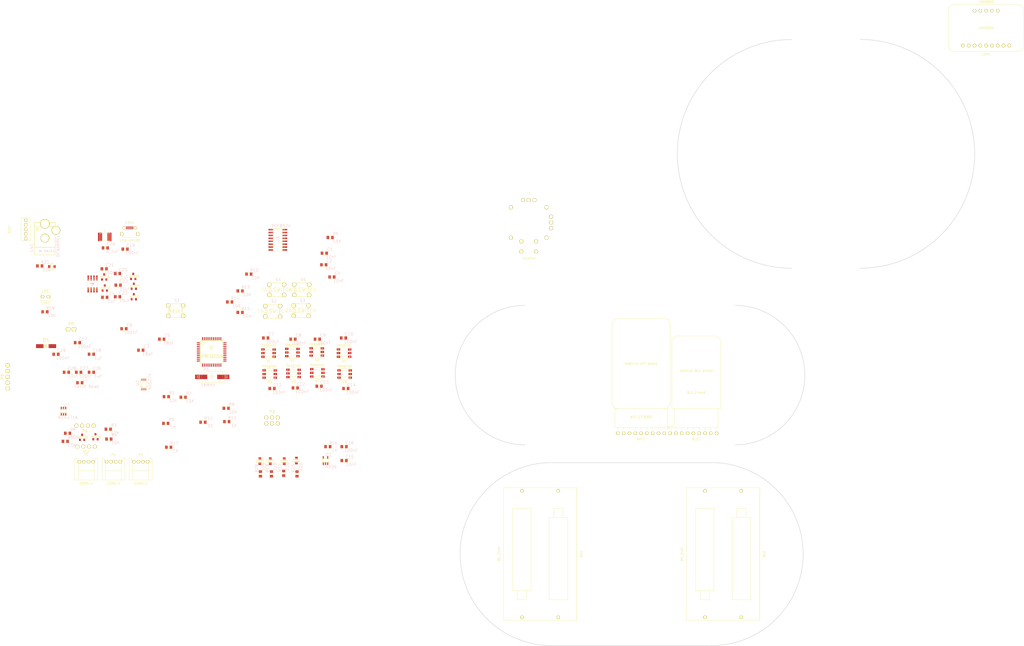
<source format=kicad_pcb>
(kicad_pcb (version 3) (host pcbnew "(2014-02-26 BZR 4721)-product")
  (layers (15 F.Cu signal) (0 B.Cu signal) (18 B.Paste user) (19 F.Paste user) (20 B.SilkS user) (21 F.SilkS user) (22 B.Mask user) (23 F.Mask user) (28 Edge.Cuts user))
  (net 0 "")
  (net 1 /Power/2V_Vcc)
  (net 2 /Power/5V_Vcc)
  (net 3 /Power/Ard_D+)
  (net 4 /Power/Ard_D-)
  (net 5 A0)
  (net 6 A1)
  (net 7 A2)
  (net 8 A3)
  (net 9 A4)
  (net 10 A5)
  (net 11 Batt_5V)
  (net 12 D0/RX)
  (net 13 D1/TX)
  (net 14 D2/SDA)
  (net 15 D3/SCL)
  (net 16 D4)
  (net 17 D5)
  (net 18 D6)
  (net 19 D7)
  (net 20 GND)
  (net 21 IO_10)
  (net 22 IO_11)
  (net 23 IO_12)
  (net 24 IO_13)
  (net 25 IO_8)
  (net 26 IO_9)
  (net 27 MISO)
  (net 28 MOSI)
  (net 29 "Net-(BH1-Pad2)")
  (net 30 "Net-(BH1-Pad4)")
  (net 31 "Net-(BH2-Pad2)")
  (net 32 "Net-(BH2-Pad4)")
  (net 33 "Net-(C17-Pad1)")
  (net 34 "Net-(C18-Pad1)")
  (net 35 "Net-(C26-Pad1)")
  (net 36 "Net-(C3-Pad1)")
  (net 37 "Net-(C5-Pad1)")
  (net 38 "Net-(C6-Pad1)")
  (net 39 "Net-(CN1-PadPWR)")
  (net 40 "Net-(CON1-Pad1)")
  (net 41 "Net-(CON1-Pad4)")
  (net 42 "Net-(D2-Pad1)")
  (net 43 "Net-(D3-Pad1)")
  (net 44 "Net-(D4-Pad1)")
  (net 45 "Net-(D5-Pad1)")
  (net 46 "Net-(D6-Pad1)")
  (net 47 "Net-(IC1-Pad3)")
  (net 48 "Net-(IC2-Pad1)")
  (net 49 "Net-(IC2-Pad7)")
  (net 50 "Net-(J1-Pad10)")
  (net 51 "Net-(J1-Pad11)")
  (net 52 "Net-(J1-Pad12)")
  (net 53 "Net-(J1-Pad13)")
  (net 54 "Net-(J1-Pad14)")
  (net 55 "Net-(J1-Pad8)")
  (net 56 "Net-(LSM1-Pad10)")
  (net 57 "Net-(LSM1-Pad11)")
  (net 58 "Net-(LSM1-Pad12)")
  (net 59 "Net-(LSM1-Pad13)")
  (net 60 "Net-(LSM1-Pad14)")
  (net 61 "Net-(LSM1-Pad2)")
  (net 62 "Net-(LSM1-Pad6)")
  (net 63 "Net-(LSM1-Pad7)")
  (net 64 "Net-(LSM1-Pad8)")
  (net 65 "Net-(LSM1-Pad9)")
  (net 66 "Net-(N1-Pad1)")
  (net 67 "Net-(N1-Pad2)")
  (net 68 "Net-(N1-Pad4)")
  (net 69 "Net-(N2-Pad1)")
  (net 70 "Net-(N2-Pad2)")
  (net 71 "Net-(N2-Pad4)")
  (net 72 "Net-(N3-Pad1)")
  (net 73 "Net-(N3-Pad2)")
  (net 74 "Net-(N3-Pad4)")
  (net 75 "Net-(N4-Pad1)")
  (net 76 "Net-(N4-Pad2)")
  (net 77 "Net-(N4-Pad4)")
  (net 78 "Net-(N5-Pad4)")
  (net 79 "Net-(N6-Pad4)")
  (net 80 "Net-(N7-Pad4)")
  (net 81 "Net-(N8-Pad4)")
  (net 82 "Net-(P6-Pad1)")
  (net 83 "Net-(P6-Pad2)")
  (net 84 "Net-(P7-Pad1)")
  (net 85 "Net-(P8-Pad1)")
  (net 86 "Net-(P8-Pad2)")
  (net 87 "Net-(P9-Pad4)")
  (net 88 "Net-(R11-Pad2)")
  (net 89 "Net-(R12-Pad1)")
  (net 90 "Net-(R17-Pad2)")
  (net 91 "Net-(U3-Pad10)")
  (net 92 "Net-(U3-Pad11)")
  (net 93 "Net-(U3-Pad12)")
  (net 94 "Net-(U3-Pad13)")
  (net 95 "Net-(WIFI1-Pad2)")
  (net 96 P0)
  (net 97 P1)
  (net 98 P2)
  (net 99 P3)
  (net 100 P4)
  (net 101 RESET)
  (net 102 RXLED)
  (net 103 SCK)
  (net 104 TXLED)
  (net 105 USB_5V)
  (net 106 VCC_3V3)
  (net 107 V_BATT)
  (module frep:Batterieholder_2xAA (layer F.Cu) (at 55 190 90)
    (fp_text reference BH1 (at 0 18 90) (layer F.SilkS))
    (fp_text value BH_2xAA (at 0 -18 90) (layer F.SilkS))
    (pad 1 thru_hole circle (at 27.635 -7.935 90) (size 1.5 1.5) (drill 0.6) (layers *.Cu *.Mask F.SilkS) (net 20 GND))
    (pad 2 thru_hole circle (at -27.635 -7.935 90) (size 1.5 1.5) (drill 0.6) (layers *.Cu *.Mask F.SilkS) (net 29 "Net-(BH1-Pad2)"))
    (pad 3 thru_hole circle (at -27.635 7.935 90) (size 1.5 1.5) (drill 0.6) (layers *.Cu *.Mask F.SilkS) (net 29 "Net-(BH1-Pad2)"))
    (pad 4 thru_hole circle (at 27.635 7.935 90) (size 1.5 1.5) (drill 0.6) (layers *.Cu *.Mask F.SilkS) (net 30 "Net-(BH1-Pad4)"))
  )
  (module frep:Batterieholder_2xAA (layer F.Cu) (at 135 190 90)
    (fp_text reference BH2 (at 0 18 90) (layer F.SilkS))
    (fp_text value BH_2xAA (at 0 -18 90) (layer F.SilkS))
    (pad 1 thru_hole circle (at 27.635 -7.935 90) (size 1.5 1.5) (drill 0.6) (layers *.Cu *.Mask F.SilkS) (net 30 "Net-(BH1-Pad4)"))
    (pad 2 thru_hole circle (at -27.635 -7.935 90) (size 1.5 1.5) (drill 0.6) (layers *.Cu *.Mask F.SilkS) (net 31 "Net-(BH2-Pad2)"))
    (pad 3 thru_hole circle (at -27.635 7.935 90) (size 1.5 1.5) (drill 0.6) (layers *.Cu *.Mask F.SilkS) (net 31 "Net-(BH2-Pad2)"))
    (pad 4 thru_hole circle (at 27.635 7.935 90) (size 1.5 1.5) (drill 0.6) (layers *.Cu *.Mask F.SilkS) (net 32 "Net-(BH2-Pad4)"))
  )
  (module frep:bluetooth_friend (layer F.Cu) (at 123.27 137.16)
    (fp_text reference BLE1 (at 0 2.54) (layer F.SilkS))
    (fp_text value BLE_Friend (at 0 -17.78) (layer F.SilkS))
    (fp_text user "Adafruit BLE shield" (at 0 -27.305) (layer F.SilkS))
    (pad 1 thru_hole circle (at -8.89 0.0222) (size 1.5 1.5) (drill 0.6) (layers *.Cu *.Mask F.SilkS) (net 23 IO_12))
    (pad 2 thru_hole circle (at -6.35 0.0222) (size 1.5 1.5) (drill 0.6) (layers *.Cu *.Mask F.SilkS) (net 20 GND))
    (pad 3 thru_hole circle (at -3.81 0.0222) (size 1.5 1.5) (drill 0.6) (layers *.Cu *.Mask F.SilkS) (net 12 D0/RX))
    (pad 4 thru_hole circle (at -1.27 0.0222) (size 1.5 1.5) (drill 0.6) (layers *.Cu *.Mask F.SilkS) (net 13 D1/TX))
    (pad 5 thru_hole circle (at 1.27 0.0222) (size 1.5 1.5) (drill 0.6) (layers *.Cu *.Mask F.SilkS) (net 2 /Power/5V_Vcc))
    (pad 6 thru_hole circle (at 3.81 0.0222) (size 1.5 1.5) (drill 0.6) (layers *.Cu *.Mask F.SilkS) (net 22 IO_11))
    (pad 7 thru_hole circle (at 6.35 0.0222) (size 1.5 1.5) (drill 0.6) (layers *.Cu *.Mask F.SilkS) (net 20 GND))
    (pad 8 thru_hole circle (at 8.89 0.0222) (size 1.5 1.5) (drill 0.6) (layers *.Cu *.Mask F.SilkS) (net 21 IO_10))
  )
  (module frep:C0805 (layer F.Cu) (at -39.37 58.42)
    (fp_text reference C1 (at 2.413 -1.651) (layer B.SilkS) (effects (font (size 1.27 1.27) (thickness 0.0889))))
    (fp_text value 10nF (at 3.048 1.651) (layer B.SilkS) (effects (font (size 1.27 1.27) (thickness 0.0889))))
    (pad 1 smd rect (at -0.99822 0) (size 1.09982 1.39954) (layers F.Cu F.Paste F.Mask) (net 5 A0))
    (pad 2 smd rect (at 0.99822 0) (size 1.09982 1.39954) (layers F.Cu F.Paste F.Mask) (net 20 GND))
  )
  (module frep:C0805 (layer F.Cu) (at -39.624 63.5)
    (fp_text reference C2 (at 2.413 -1.651) (layer B.SilkS) (effects (font (size 1.27 1.27) (thickness 0.0889))))
    (fp_text value 10nF (at 3.048 1.651) (layer B.SilkS) (effects (font (size 1.27 1.27) (thickness 0.0889))))
    (pad 1 smd rect (at -0.99822 0) (size 1.09982 1.39954) (layers F.Cu F.Paste F.Mask) (net 6 A1))
    (pad 2 smd rect (at 0.99822 0) (size 1.09982 1.39954) (layers F.Cu F.Paste F.Mask) (net 20 GND))
  )
  (module frep:C0805 (layer F.Cu) (at -119.634 100.838)
    (fp_text reference C3 (at 2.413 -1.651) (layer B.SilkS) (effects (font (size 1.27 1.27) (thickness 0.0889))))
    (fp_text value 18pF (at 3.048 1.651) (layer B.SilkS) (effects (font (size 1.27 1.27) (thickness 0.0889))))
    (pad 1 smd rect (at -0.99822 0) (size 1.09982 1.39954) (layers F.Cu F.Paste F.Mask) (net 36 "Net-(C3-Pad1)"))
    (pad 2 smd rect (at 0.99822 0) (size 1.09982 1.39954) (layers F.Cu F.Paste F.Mask) (net 20 GND))
  )
  (module frep:C0805 (layer F.Cu) (at -36.068 68.834)
    (fp_text reference C4 (at 2.413 -1.651) (layer B.SilkS) (effects (font (size 1.27 1.27) (thickness 0.0889))))
    (fp_text value 10nF (at 3.048 1.651) (layer B.SilkS) (effects (font (size 1.27 1.27) (thickness 0.0889))))
    (pad 1 smd rect (at -0.99822 0) (size 1.09982 1.39954) (layers F.Cu F.Paste F.Mask) (net 100 P4))
    (pad 2 smd rect (at 0.99822 0) (size 1.09982 1.39954) (layers F.Cu F.Paste F.Mask) (net 20 GND))
  )
  (module frep:C0805 (layer F.Cu) (at -110.49 96.012)
    (fp_text reference C5 (at 2.413 -1.651) (layer B.SilkS) (effects (font (size 1.27 1.27) (thickness 0.0889))))
    (fp_text value 18pF (at 3.048 1.651) (layer B.SilkS) (effects (font (size 1.27 1.27) (thickness 0.0889))))
    (pad 1 smd rect (at -0.99822 0) (size 1.09982 1.39954) (layers F.Cu F.Paste F.Mask) (net 37 "Net-(C5-Pad1)"))
    (pad 2 smd rect (at 0.99822 0) (size 1.09982 1.39954) (layers F.Cu F.Paste F.Mask) (net 20 GND))
  )
  (module frep:C0805 (layer F.Cu) (at -127 91.44)
    (fp_text reference C6 (at 2.413 -1.651) (layer B.SilkS) (effects (font (size 1.27 1.27) (thickness 0.0889))))
    (fp_text value 100nF (at 3.048 1.651) (layer B.SilkS) (effects (font (size 1.27 1.27) (thickness 0.0889))))
    (pad 1 smd rect (at -0.99822 0) (size 1.09982 1.39954) (layers F.Cu F.Paste F.Mask) (net 38 "Net-(C6-Pad1)"))
    (pad 2 smd rect (at 0.99822 0) (size 1.09982 1.39954) (layers F.Cu F.Paste F.Mask) (net 20 GND))
  )
  (module frep:C0805 (layer F.Cu) (at -65.024 95.504)
    (fp_text reference C7 (at 2.413 -1.651) (layer B.SilkS) (effects (font (size 1.27 1.27) (thickness 0.0889))))
    (fp_text value 100nF (at 3.048 1.651) (layer B.SilkS) (effects (font (size 1.27 1.27) (thickness 0.0889))))
    (pad 1 smd rect (at -0.99822 0) (size 1.09982 1.39954) (layers F.Cu F.Paste F.Mask) (net 2 /Power/5V_Vcc))
    (pad 2 smd rect (at 0.99822 0) (size 1.09982 1.39954) (layers F.Cu F.Paste F.Mask) (net 20 GND))
  )
  (module frep:C0805 (layer F.Cu) (at -53.086 96.012)
    (fp_text reference C8 (at 2.413 -1.651) (layer B.SilkS) (effects (font (size 1.27 1.27) (thickness 0.0889))))
    (fp_text value 100nF (at 3.048 1.651) (layer B.SilkS) (effects (font (size 1.27 1.27) (thickness 0.0889))))
    (pad 1 smd rect (at -0.99822 0) (size 1.09982 1.39954) (layers F.Cu F.Paste F.Mask) (net 2 /Power/5V_Vcc))
    (pad 2 smd rect (at 0.99822 0) (size 1.09982 1.39954) (layers F.Cu F.Paste F.Mask) (net 20 GND))
  )
  (module frep:C0805 (layer F.Cu) (at -42.418 96.012)
    (fp_text reference C9 (at 2.413 -1.651) (layer B.SilkS) (effects (font (size 1.27 1.27) (thickness 0.0889))))
    (fp_text value 100nF (at 3.048 1.651) (layer B.SilkS) (effects (font (size 1.27 1.27) (thickness 0.0889))))
    (pad 1 smd rect (at -0.99822 0) (size 1.09982 1.39954) (layers F.Cu F.Paste F.Mask) (net 2 /Power/5V_Vcc))
    (pad 2 smd rect (at 0.99822 0) (size 1.09982 1.39954) (layers F.Cu F.Paste F.Mask) (net 20 GND))
  )
  (module frep:C0805 (layer F.Cu) (at -30.988 95.504)
    (fp_text reference C10 (at 2.413 -1.651) (layer B.SilkS) (effects (font (size 1.27 1.27) (thickness 0.0889))))
    (fp_text value 100nF (at 3.048 1.651) (layer B.SilkS) (effects (font (size 1.27 1.27) (thickness 0.0889))))
    (pad 1 smd rect (at -0.99822 0) (size 1.09982 1.39954) (layers F.Cu F.Paste F.Mask) (net 2 /Power/5V_Vcc))
    (pad 2 smd rect (at 0.99822 0) (size 1.09982 1.39954) (layers F.Cu F.Paste F.Mask) (net 20 GND))
  )
  (module frep:C0805 (layer F.Cu) (at -62.23 117.602)
    (fp_text reference C11 (at 2.413 -1.651) (layer B.SilkS) (effects (font (size 1.27 1.27) (thickness 0.0889))))
    (fp_text value 100nF (at 3.048 1.651) (layer B.SilkS) (effects (font (size 1.27 1.27) (thickness 0.0889))))
    (pad 1 smd rect (at -0.99822 0) (size 1.09982 1.39954) (layers F.Cu F.Paste F.Mask) (net 2 /Power/5V_Vcc))
    (pad 2 smd rect (at 0.99822 0) (size 1.09982 1.39954) (layers F.Cu F.Paste F.Mask) (net 20 GND))
  )
  (module frep:C0805 (layer F.Cu) (at -52.07 117.348)
    (fp_text reference C12 (at 2.413 -1.651) (layer B.SilkS) (effects (font (size 1.27 1.27) (thickness 0.0889))))
    (fp_text value 100nF (at 3.048 1.651) (layer B.SilkS) (effects (font (size 1.27 1.27) (thickness 0.0889))))
    (pad 1 smd rect (at -0.99822 0) (size 1.09982 1.39954) (layers F.Cu F.Paste F.Mask) (net 2 /Power/5V_Vcc))
    (pad 2 smd rect (at 0.99822 0) (size 1.09982 1.39954) (layers F.Cu F.Paste F.Mask) (net 20 GND))
  )
  (module frep:C0805 (layer F.Cu) (at -41.656 116.586)
    (fp_text reference C13 (at 2.413 -1.651) (layer B.SilkS) (effects (font (size 1.27 1.27) (thickness 0.0889))))
    (fp_text value 100nF (at 3.048 1.651) (layer B.SilkS) (effects (font (size 1.27 1.27) (thickness 0.0889))))
    (pad 1 smd rect (at -0.99822 0) (size 1.09982 1.39954) (layers F.Cu F.Paste F.Mask) (net 2 /Power/5V_Vcc))
    (pad 2 smd rect (at 0.99822 0) (size 1.09982 1.39954) (layers F.Cu F.Paste F.Mask) (net 20 GND))
  )
  (module frep:C0805 (layer F.Cu) (at -29.972 117.602)
    (fp_text reference C14 (at 2.413 -1.651) (layer B.SilkS) (effects (font (size 1.27 1.27) (thickness 0.0889))))
    (fp_text value 100nF (at 3.048 1.651) (layer B.SilkS) (effects (font (size 1.27 1.27) (thickness 0.0889))))
    (pad 1 smd rect (at -0.99822 0) (size 1.09982 1.39954) (layers F.Cu F.Paste F.Mask) (net 2 /Power/5V_Vcc))
    (pad 2 smd rect (at 0.99822 0) (size 1.09982 1.39954) (layers F.Cu F.Paste F.Mask) (net 20 GND))
  )
  (module frep:C0805 (layer F.Cu) (at -30.734 149.098)
    (fp_text reference C15 (at 2.413 -1.651) (layer B.SilkS) (effects (font (size 1.27 1.27) (thickness 0.0889))))
    (fp_text value 10nF (at 3.048 1.651) (layer B.SilkS) (effects (font (size 1.27 1.27) (thickness 0.0889))))
    (pad 1 smd rect (at -0.99822 0) (size 1.09982 1.39954) (layers F.Cu F.Paste F.Mask) (net 7 A2))
    (pad 2 smd rect (at 0.99822 0) (size 1.09982 1.39954) (layers F.Cu F.Paste F.Mask) (net 20 GND))
  )
  (module frep:C0805 (layer F.Cu) (at -30.734 143.002)
    (fp_text reference C16 (at 2.413 -1.651) (layer B.SilkS) (effects (font (size 1.27 1.27) (thickness 0.0889))))
    (fp_text value 100nF (at 3.048 1.651) (layer B.SilkS) (effects (font (size 1.27 1.27) (thickness 0.0889))))
    (pad 1 smd rect (at -0.99822 0) (size 1.09982 1.39954) (layers F.Cu F.Paste F.Mask) (net 20 GND))
    (pad 2 smd rect (at 0.99822 0) (size 1.09982 1.39954) (layers F.Cu F.Paste F.Mask) (net 2 /Power/5V_Vcc))
  )
  (module frep:C0805 (layer F.Cu) (at -147.32 97.536)
    (fp_text reference C17 (at 2.413 -1.651) (layer B.SilkS) (effects (font (size 1.27 1.27) (thickness 0.0889))))
    (fp_text value 100nF (at 3.048 1.651) (layer B.SilkS) (effects (font (size 1.27 1.27) (thickness 0.0889))))
    (pad 1 smd rect (at -0.99822 0) (size 1.09982 1.39954) (layers F.Cu F.Paste F.Mask) (net 33 "Net-(C17-Pad1)"))
    (pad 2 smd rect (at 0.99822 0) (size 1.09982 1.39954) (layers F.Cu F.Paste F.Mask) (net 20 GND))
  )
  (module frep:C0805 (layer F.Cu) (at -141.224 102.616)
    (fp_text reference C18 (at 2.413 -1.651) (layer B.SilkS) (effects (font (size 1.27 1.27) (thickness 0.0889))))
    (fp_text value 1uF (at 3.048 1.651) (layer B.SilkS) (effects (font (size 1.27 1.27) (thickness 0.0889))))
    (pad 1 smd rect (at -0.99822 0) (size 1.09982 1.39954) (layers F.Cu F.Paste F.Mask) (net 34 "Net-(C18-Pad1)"))
    (pad 2 smd rect (at 0.99822 0) (size 1.09982 1.39954) (layers F.Cu F.Paste F.Mask) (net 20 GND))
  )
  (module frep:C0805 (layer F.Cu) (at -126.492 56.642)
    (fp_text reference C19 (at 2.413 -1.651) (layer B.SilkS) (effects (font (size 1.27 1.27) (thickness 0.0889))))
    (fp_text value 100nF (at 3.048 1.651) (layer B.SilkS) (effects (font (size 1.27 1.27) (thickness 0.0889))))
    (pad 1 smd rect (at -0.99822 0) (size 1.09982 1.39954) (layers F.Cu F.Paste F.Mask) (net 105 USB_5V))
    (pad 2 smd rect (at 0.99822 0) (size 1.09982 1.39954) (layers F.Cu F.Paste F.Mask) (net 20 GND))
  )
  (module frep:C0805 (layer F.Cu) (at -135.128 56.134)
    (fp_text reference C20 (at 2.413 -1.651) (layer B.SilkS) (effects (font (size 1.27 1.27) (thickness 0.0889))))
    (fp_text value 4.7uF (at 3.048 1.651) (layer B.SilkS) (effects (font (size 1.27 1.27) (thickness 0.0889))))
    (pad 1 smd rect (at -0.99822 0) (size 1.09982 1.39954) (layers F.Cu F.Paste F.Mask) (net 105 USB_5V))
    (pad 2 smd rect (at 0.99822 0) (size 1.09982 1.39954) (layers F.Cu F.Paste F.Mask) (net 20 GND))
  )
  (module frep:C0805 (layer F.Cu) (at -135.636 65.278)
    (fp_text reference C21 (at 2.413 -1.651) (layer B.SilkS) (effects (font (size 1.27 1.27) (thickness 0.0889))))
    (fp_text value 100nF (at 3.048 1.651) (layer B.SilkS) (effects (font (size 1.27 1.27) (thickness 0.0889))))
    (pad 1 smd rect (at -0.99822 0) (size 1.09982 1.39954) (layers F.Cu F.Paste F.Mask) (net 2 /Power/5V_Vcc))
    (pad 2 smd rect (at 0.99822 0) (size 1.09982 1.39954) (layers F.Cu F.Paste F.Mask) (net 20 GND))
  )
  (module frep:C0805 (layer F.Cu) (at -129.54 72.39)
    (fp_text reference C22 (at 2.413 -1.651) (layer B.SilkS) (effects (font (size 1.27 1.27) (thickness 0.0889))))
    (fp_text value 10uF (at 3.048 1.651) (layer B.SilkS) (effects (font (size 1.27 1.27) (thickness 0.0889))))
    (pad 1 smd rect (at -0.99822 0) (size 1.09982 1.39954) (layers F.Cu F.Paste F.Mask) (net 107 V_BATT))
    (pad 2 smd rect (at 0.99822 0) (size 1.09982 1.39954) (layers F.Cu F.Paste F.Mask) (net 20 GND))
  )
  (module frep:C0805 (layer F.Cu) (at -129.794 77.47)
    (fp_text reference C23 (at 2.413 -1.651) (layer B.SilkS) (effects (font (size 1.27 1.27) (thickness 0.0889))))
    (fp_text value 10uF (at 3.048 1.651) (layer B.SilkS) (effects (font (size 1.27 1.27) (thickness 0.0889))))
    (pad 1 smd rect (at -0.99822 0) (size 1.09982 1.39954) (layers F.Cu F.Paste F.Mask) (net 11 Batt_5V))
    (pad 2 smd rect (at 0.99822 0) (size 1.09982 1.39954) (layers F.Cu F.Paste F.Mask) (net 20 GND))
  )
  (module frep:C0805 (layer F.Cu) (at -135.382 77.724)
    (fp_text reference C24 (at 2.413 -1.651) (layer B.SilkS) (effects (font (size 1.27 1.27) (thickness 0.0889))))
    (fp_text value 1uF (at 3.048 1.651) (layer B.SilkS) (effects (font (size 1.27 1.27) (thickness 0.0889))))
    (pad 1 smd rect (at -0.99822 0) (size 1.09982 1.39954) (layers F.Cu F.Paste F.Mask) (net 2 /Power/5V_Vcc))
    (pad 2 smd rect (at 0.99822 0) (size 1.09982 1.39954) (layers F.Cu F.Paste F.Mask) (net 20 GND))
  )
  (module frep:C0805 (layer F.Cu) (at -129.794 67.31)
    (fp_text reference C25 (at 2.413 -1.651) (layer B.SilkS) (effects (font (size 1.27 1.27) (thickness 0.0889))))
    (fp_text value 1uF (at 3.048 1.651) (layer B.SilkS) (effects (font (size 1.27 1.27) (thickness 0.0889))))
    (pad 1 smd rect (at -0.99822 0) (size 1.09982 1.39954) (layers F.Cu F.Paste F.Mask) (net 106 VCC_3V3))
    (pad 2 smd rect (at 0.99822 0) (size 1.09982 1.39954) (layers F.Cu F.Paste F.Mask) (net 20 GND))
  )
  (module frep:C0805 (layer F.Cu) (at -141.224 110.49)
    (fp_text reference C26 (at 2.413 -1.651) (layer B.SilkS) (effects (font (size 1.27 1.27) (thickness 0.0889))))
    (fp_text value 1uF (at 3.048 1.651) (layer B.SilkS) (effects (font (size 1.27 1.27) (thickness 0.0889))))
    (pad 1 smd rect (at -0.99822 0) (size 1.09982 1.39954) (layers F.Cu F.Paste F.Mask) (net 35 "Net-(C26-Pad1)"))
    (pad 2 smd rect (at 0.99822 0) (size 1.09982 1.39954) (layers F.Cu F.Paste F.Mask) (net 20 GND))
  )
  (module frep:C0805 (layer F.Cu) (at -146.812 110.49)
    (fp_text reference C27 (at 2.413 -1.651) (layer B.SilkS) (effects (font (size 1.27 1.27) (thickness 0.0889))))
    (fp_text value 100nF (at 3.048 1.651) (layer B.SilkS) (effects (font (size 1.27 1.27) (thickness 0.0889))))
    (pad 1 smd rect (at -0.99822 0) (size 1.09982 1.39954) (layers F.Cu F.Paste F.Mask) (net 2 /Power/5V_Vcc))
    (pad 2 smd rect (at 0.99822 0) (size 1.09982 1.39954) (layers F.Cu F.Paste F.Mask) (net 20 GND))
  )
  (module frep:C0805 (layer F.Cu) (at -152.146 110.49)
    (fp_text reference C28 (at 2.413 -1.651) (layer B.SilkS) (effects (font (size 1.27 1.27) (thickness 0.0889))))
    (fp_text value 10uF (at 3.048 1.651) (layer B.SilkS) (effects (font (size 1.27 1.27) (thickness 0.0889))))
    (pad 1 smd rect (at -0.99822 0) (size 1.09982 1.39954) (layers F.Cu F.Paste F.Mask) (net 2 /Power/5V_Vcc))
    (pad 2 smd rect (at 0.99822 0) (size 1.09982 1.39954) (layers F.Cu F.Paste F.Mask) (net 20 GND))
  )
  (module frep:C0805 (layer F.Cu) (at -156.718 102.616)
    (fp_text reference C29 (at 2.413 -1.651) (layer B.SilkS) (effects (font (size 1.27 1.27) (thickness 0.0889))))
    (fp_text value 100nF (at 3.048 1.651) (layer B.SilkS) (effects (font (size 1.27 1.27) (thickness 0.0889))))
    (pad 1 smd rect (at -0.99822 0) (size 1.09982 1.39954) (layers F.Cu F.Paste F.Mask) (net 106 VCC_3V3))
    (pad 2 smd rect (at 0.99822 0) (size 1.09982 1.39954) (layers F.Cu F.Paste F.Mask) (net 20 GND))
  )
  (module frep:DCJACK_2MM_PTH (layer F.Cu) (at -161.544 59.182)
    (fp_text reference CN1 (at -5.715 -3.175 90) (layer B.SilkS) (effects (font (size 1.27 1.27) (thickness 0.0889))))
    (fp_text value DCBARREL (at 5.715 -3.81 90) (layer B.SilkS) (effects (font (size 1.27 1.27) (thickness 0.0889))))
    (fp_text user "DC 2.0/2.1" (at 0.762 -1.6764) (layer B.SilkS) (effects (font (size 0.8128 0.8128) (thickness 0.0889))))
    (pad GND thru_hole circle (at 0 -7.34822) (size 3.81508 3.81508) (drill 2.79908) (layers *.Cu F.Paste F.SilkS F.Mask) (net 20 GND))
    (pad GNDB thru_hole circle (at 4.79806 -10.74928) (size 3.81508 3.81508) (drill 2.79908) (layers *.Cu F.Paste F.SilkS F.Mask) (net 20 GND))
    (pad PWR thru_hole circle (at 0 -13.59916) (size 4.21386 4.21386) (drill 3.19786) (layers *.Cu F.Paste F.SilkS F.Mask) (net 39 "Net-(CN1-PadPWR)"))
  )
  (module frep:USB_Micro (layer F.Cu) (at -124.46 50.038)
    (fp_text reference CON1 (at 0 -4.95) (layer F.SilkS))
    (fp_text value USB-MICRO (at 0.05 2.8) (layer F.SilkS))
    (pad 7 thru_hole oval (at 2.5 -2.7) (size 1.45 1.3) (drill oval 0.9 0.6) (layers *.Cu *.Mask F.SilkS) (net 20 GND))
    (pad 6 thru_hole oval (at -2.5 -2.7) (size 1.45 1.3) (drill oval 0.9 0.6) (layers *.Cu *.Mask F.SilkS) (net 20 GND))
    (pad 3 smd rect (at 0 -2.7) (size 0.4 1.35) (layers F.Cu F.Paste F.Mask) (net 3 /Power/Ard_D+))
    (pad 4 smd rect (at 0.65 -2.7) (size 0.4 1.35) (layers F.Cu F.Paste F.Mask) (net 41 "Net-(CON1-Pad4)"))
    (pad 5 smd rect (at 1.3 -2.7) (size 0.4 1.35) (layers F.Cu F.Paste F.Mask) (net 20 GND))
    (pad 2 smd rect (at -0.65 -2.7) (size 0.4 1.35) (layers F.Cu F.Paste F.Mask) (net 4 /Power/Ard_D-))
    (pad 1 smd rect (at -1.3 -2.7) (size 0.4 1.35) (layers F.Cu F.Paste F.Mask) (net 40 "Net-(CON1-Pad1)"))
    (pad 9 thru_hole oval (at 3.5 0) (size 1.4 1.8) (drill oval 0.6 1.2) (layers *.Cu *.Mask F.SilkS) (net 20 GND))
    (pad 8 thru_hole oval (at -3.5 0) (size 1.4 1.8) (drill oval 0.6 1.2) (layers *.Cu *.Mask F.SilkS) (net 20 GND))
  )
  (module frep:Diode-MiniMELF_Handsoldering (layer F.Cu) (at -161.036 99.06)
    (fp_text reference D1 (at 0 -2.54) (layer F.SilkS) (effects (font (thickness 0.3048))))
    (fp_text value DIODE hide)
    (fp_text user A (at -1.80086 1.5494) (layer F.SilkS) (effects (font (size 0.50038 0.50038) (thickness 0.09906))))
    (fp_text user K (at 1.80086 1.5494) (layer F.SilkS) (effects (font (size 0.50038 0.50038) (thickness 0.09906))))
    (pad 1 smd rect (at -2.75082 0) (size 3.29946 1.69926) (layers F.Cu F.Paste F.Mask) (net 101 RESET))
    (pad 2 smd rect (at 2.75082 0) (size 3.29946 1.69926) (layers F.Cu F.Paste F.Mask) (net 2 /Power/5V_Vcc))
  )
  (module frep:LED-0805 (layer F.Cu) (at -62.992 149.352 90)
    (fp_text reference D2 (at 0 -1.27 90) (layer F.SilkS) (effects (font (size 0.762 0.762) (thickness 0.127))))
    (fp_text value LED (at 0 1.27 90) (layer F.SilkS) (effects (font (size 0.762 0.762) (thickness 0.127))))
    (pad 1 smd rect (at -1.04902 0 90) (size 1.19888 1.19888) (layers F.Cu F.Paste F.Mask) (net 42 "Net-(D2-Pad1)"))
    (pad 2 smd rect (at 1.04902 0 90) (size 1.19888 1.19888) (layers F.Cu F.Paste F.Mask) (net 20 GND))
  )
  (module frep:LED-0805 (layer F.Cu) (at -67.564 149.352 90)
    (fp_text reference D3 (at 0 -1.27 90) (layer F.SilkS) (effects (font (size 0.762 0.762) (thickness 0.127))))
    (fp_text value POWER (at 0 1.27 90) (layer F.SilkS) (effects (font (size 0.762 0.762) (thickness 0.127))))
    (pad 1 smd rect (at -1.04902 0 90) (size 1.19888 1.19888) (layers F.Cu F.Paste F.Mask) (net 43 "Net-(D3-Pad1)"))
    (pad 2 smd rect (at 1.04902 0 90) (size 1.19888 1.19888) (layers F.Cu F.Paste F.Mask) (net 20 GND))
  )
  (module frep:LED-0805 (layer F.Cu) (at -158.496 64.262)
    (fp_text reference D4 (at 0 -1.27) (layer F.SilkS) (effects (font (size 0.762 0.762) (thickness 0.127))))
    (fp_text value V_BAT (at 0 1.27) (layer F.SilkS) (effects (font (size 0.762 0.762) (thickness 0.127))))
    (pad 1 smd rect (at -1.04902 0) (size 1.19888 1.19888) (layers F.Cu F.Paste F.Mask) (net 44 "Net-(D4-Pad1)"))
    (pad 2 smd rect (at 1.04902 0) (size 1.19888 1.19888) (layers F.Cu F.Paste F.Mask) (net 20 GND))
  )
  (module frep:LED-0805 (layer F.Cu) (at -56.896 149.352 90)
    (fp_text reference D5 (at 0 -1.27 90) (layer F.SilkS) (effects (font (size 0.762 0.762) (thickness 0.127))))
    (fp_text value TX (at 0 1.27 90) (layer F.SilkS) (effects (font (size 0.762 0.762) (thickness 0.127))))
    (pad 1 smd rect (at -1.04902 0 90) (size 1.19888 1.19888) (layers F.Cu F.Paste F.Mask) (net 45 "Net-(D5-Pad1)"))
    (pad 2 smd rect (at 1.04902 0 90) (size 1.19888 1.19888) (layers F.Cu F.Paste F.Mask) (net 104 TXLED))
  )
  (module frep:LED-0805 (layer F.Cu) (at -51.562 149.098 90)
    (fp_text reference D6 (at 0 -1.27 90) (layer F.SilkS) (effects (font (size 0.762 0.762) (thickness 0.127))))
    (fp_text value RX (at 0 1.27 90) (layer F.SilkS) (effects (font (size 0.762 0.762) (thickness 0.127))))
    (pad 1 smd rect (at -1.04902 0 90) (size 1.19888 1.19888) (layers F.Cu F.Paste F.Mask) (net 46 "Net-(D6-Pad1)"))
    (pad 2 smd rect (at 1.04902 0 90) (size 1.19888 1.19888) (layers F.Cu F.Paste F.Mask) (net 102 RXLED))
  )
  (module frep:C1812 (layer F.Cu) (at -135.382 51.308)
    (fp_text reference F1 (at 0 -2.286) (layer F.SilkS) (effects (font (size 0.50038 0.50038) (thickness 0.11938))))
    (fp_text value FUSE hide)
    (pad 1 smd rect (at 2.04978 0) (size 1.80086 3.70078) (layers F.Cu F.Paste F.Mask) (net 40 "Net-(CON1-Pad1)"))
    (pad 2 smd rect (at -2.04978 0) (size 1.80086 3.70078) (layers F.Cu F.Paste F.Mask) (net 105 USB_5V))
  )
  (module frep:SOT23-5L (layer F.Cu) (at -38.862 149.098)
    (fp_text reference IC1 (at 1.27 -2.54) (layer B.SilkS) (effects (font (size 1.27 1.27) (thickness 0.0889))))
    (fp_text value TMP36 (at 1.905 2.794) (layer B.SilkS) (effects (font (size 1.27 1.27) (thickness 0.0889))))
    (pad 1 smd rect (at -0.94996 1.29794) (size 0.54864 1.19888) (layers F.Cu F.Paste F.Mask) (net 7 A2))
    (pad 2 smd rect (at 0 1.29794) (size 0.54864 1.19888) (layers F.Cu F.Paste F.Mask) (net 2 /Power/5V_Vcc))
    (pad 3 smd rect (at 0.94996 1.29794) (size 0.54864 1.19888) (layers F.Cu F.Paste F.Mask) (net 47 "Net-(IC1-Pad3)"))
    (pad 4 smd rect (at 0.94996 -1.29794) (size 0.54864 1.19888) (layers F.Cu F.Paste F.Mask) (net 2 /Power/5V_Vcc))
    (pad 5 smd rect (at -0.94996 -1.29794) (size 0.54864 1.19888) (layers F.Cu F.Paste F.Mask) (net 20 GND))
  )
  (module frep:SOIC8 (layer F.Cu) (at -140.716 71.882)
    (fp_text reference IC2 (at -0.0508 0.4318) (layer B.SilkS) (effects (font (size 0.4064 0.4064) (thickness 0.0889))))
    (fp_text value LM358 (at -0.254 -0.2032) (layer B.SilkS) (effects (font (size 0.4064 0.4064) (thickness 0.0889))))
    (pad 1 smd rect (at -1.905 2.6162) (size 0.6096 2.20726) (layers F.Cu F.Paste F.Mask) (net 48 "Net-(IC2-Pad1)"))
    (pad 2 smd rect (at -0.635 2.6162) (size 0.6096 2.20726) (layers F.Cu F.Paste F.Mask) (net 106 VCC_3V3))
    (pad 3 smd rect (at 0.635 2.6162) (size 0.6096 2.20726) (layers F.Cu F.Paste F.Mask) (net 11 Batt_5V))
    (pad 4 smd rect (at 1.905 2.6162) (size 0.6096 2.20726) (layers F.Cu F.Paste F.Mask) (net 20 GND))
    (pad 5 smd rect (at 1.905 -2.6162) (size 0.6096 2.20726) (layers F.Cu F.Paste F.Mask) (net 106 VCC_3V3))
    (pad 6 smd rect (at 0.635 -2.6162) (size 0.6096 2.20726) (layers F.Cu F.Paste F.Mask) (net 11 Batt_5V))
    (pad 7 smd rect (at -0.635 -2.6162) (size 0.6096 2.20726) (layers F.Cu F.Paste F.Mask) (net 49 "Net-(IC2-Pad7)"))
    (pad 8 smd rect (at -1.905 -2.6162) (size 0.6096 2.20726) (layers F.Cu F.Paste F.Mask) (net 2 /Power/5V_Vcc))
  )
  (module frep:Joystick (layer F.Cu) (at 50 45)
    (fp_text reference J1 (at 0 -12.7) (layer F.SilkS))
    (fp_text value Joystick (at 0.05 15.6) (layer F.SilkS))
    (pad 4 thru_hole circle (at 2.5 -9.8) (size 1.7272 1.7272) (drill 1.016) (layers *.Cu *.Mask F.SilkS) (net 2 /Power/5V_Vcc))
    (pad 5 thru_hole circle (at 0 -9.8) (size 1.7272 1.7272) (drill 1.016) (layers *.Cu *.Mask F.SilkS) (net 6 A1))
    (pad 6 thru_hole circle (at -2.5 -9.8) (size 1.7272 1.7272) (drill 1.016) (layers *.Cu *.Mask F.SilkS) (net 20 GND))
    (pad 1 thru_hole circle (at 9.8 2.5) (size 1.7272 1.7272) (drill 1.016) (layers *.Cu *.Mask F.SilkS) (net 2 /Power/5V_Vcc))
    (pad 2 thru_hole circle (at 9.8 0) (size 1.7272 1.7272) (drill 1.016) (layers *.Cu *.Mask F.SilkS) (net 5 A0))
    (pad 3 thru_hole circle (at 9.8 -2.5) (size 1.7272 1.7272) (drill 1.016) (layers *.Cu *.Mask F.SilkS) (net 20 GND))
    (pad 7 thru_hole circle (at 3.25 8.25) (size 1.7272 1.7272) (drill 1.016) (layers *.Cu *.Mask F.SilkS) (net 100 P4))
    (pad 8 thru_hole circle (at -3.25 8.25) (size 1.7272 1.7272) (drill 1.016) (layers *.Cu *.Mask F.SilkS) (net 55 "Net-(J1-Pad8)"))
    (pad 9 thru_hole circle (at 3.25 12.75) (size 1.7272 1.7272) (drill 1.016) (layers *.Cu *.Mask F.SilkS) (net 20 GND))
    (pad 10 thru_hole circle (at -3.25 12.75) (size 1.7272 1.7272) (drill 1.016) (layers *.Cu *.Mask F.SilkS) (net 50 "Net-(J1-Pad10)"))
    (pad 11 thru_hole circle (at 7.8 6.65) (size 1.7272 1.7272) (drill 1.016) (layers *.Cu *.Mask F.SilkS) (net 51 "Net-(J1-Pad11)"))
    (pad 12 thru_hole circle (at 7.8 -6.65) (size 1.7272 1.7272) (drill 1.016) (layers *.Cu *.Mask F.SilkS) (net 52 "Net-(J1-Pad12)"))
    (pad 13 thru_hole circle (at -7.8 -6.65) (size 1.7272 1.7272) (drill 1.016) (layers *.Cu *.Mask F.SilkS) (net 53 "Net-(J1-Pad13)"))
    (pad 14 thru_hole circle (at -7.8 6.65) (size 1.7272 1.7272) (drill 1.016) (layers *.Cu *.Mask F.SilkS) (net 54 "Net-(J1-Pad14)"))
  )
  (module frep:R0805 (layer F.Cu) (at -146.304 115.062)
    (fp_text reference L1 (at 2.413 -1.651) (layer B.SilkS) (effects (font (size 1.27 1.27) (thickness 0.0889))))
    (fp_text value "Ferrit Bead" (at 3.048 1.651) (layer B.SilkS) (effects (font (size 1.27 1.27) (thickness 0.0889))))
    (pad 1 smd rect (at -0.99822 0) (size 1.09982 1.39954) (layers F.Cu F.Paste F.Mask) (net 34 "Net-(C18-Pad1)"))
    (pad 2 smd rect (at 0.99822 0) (size 1.09982 1.39954) (layers F.Cu F.Paste F.Mask) (net 2 /Power/5V_Vcc))
  )
  (module frep:LDR (layer F.Cu) (at -161.29 77.47)
    (fp_text reference LDR1 (at 0 2.794) (layer F.SilkS))
    (fp_text value LDR (at 0 -2.54) (layer F.SilkS))
    (pad 1 thru_hole circle (at -1.27 0) (size 1.5 1.5) (drill 0.6) (layers *.Cu *.Mask F.SilkS) (net 8 A3))
    (pad 2 thru_hole circle (at 1.27 0) (size 1.5 1.5) (drill 0.6) (layers *.Cu *.Mask F.SilkS) (net 2 /Power/5V_Vcc))
  )
  (module frep:lsm9ds0 (layer F.Cu) (at 250 -40)
    (fp_text reference LSM1 (at 0 11.43) (layer F.SilkS))
    (fp_text value LSM9DS0 (at 0 -11.43) (layer F.SilkS))
    (fp_text user LSM9DS0 (at 0 0) (layer F.SilkS))
    (pad 1 thru_hole circle (at -10.16 7.62) (size 1.5 1.5) (drill 0.6) (layers *.Cu *.Mask F.SilkS) (net 2 /Power/5V_Vcc))
    (pad 2 thru_hole circle (at -7.62 7.62) (size 1.5 1.5) (drill 0.6) (layers *.Cu *.Mask F.SilkS) (net 61 "Net-(LSM1-Pad2)"))
    (pad 3 thru_hole circle (at -5.08 7.62) (size 1.5 1.5) (drill 0.6) (layers *.Cu *.Mask F.SilkS) (net 20 GND))
    (pad 4 thru_hole circle (at -2.54 7.62) (size 1.5 1.5) (drill 0.6) (layers *.Cu *.Mask F.SilkS) (net 15 D3/SCL))
    (pad 5 thru_hole circle (at 0 7.62) (size 1.5 1.5) (drill 0.6) (layers *.Cu *.Mask F.SilkS) (net 14 D2/SDA))
    (pad 6 thru_hole circle (at 2.54 7.62) (size 1.5 1.5) (drill 0.6) (layers *.Cu *.Mask F.SilkS) (net 62 "Net-(LSM1-Pad6)"))
    (pad 7 thru_hole circle (at 5.08 7.62) (size 1.5 1.5) (drill 0.6) (layers *.Cu *.Mask F.SilkS) (net 63 "Net-(LSM1-Pad7)"))
    (pad 8 thru_hole circle (at 7.62 7.62) (size 1.5 1.5) (drill 0.6) (layers *.Cu *.Mask F.SilkS) (net 64 "Net-(LSM1-Pad8)"))
    (pad 9 thru_hole circle (at 10.16 7.62) (size 1.5 1.5) (drill 0.6) (layers *.Cu *.Mask F.SilkS) (net 65 "Net-(LSM1-Pad9)"))
    (pad 10 thru_hole circle (at -5.08 -7.62) (size 1.5 1.5) (drill 0.6) (layers *.Cu *.Mask F.SilkS) (net 56 "Net-(LSM1-Pad10)"))
    (pad 11 thru_hole circle (at -2.54 -7.62) (size 1.5 1.5) (drill 0.6) (layers *.Cu *.Mask F.SilkS) (net 57 "Net-(LSM1-Pad11)"))
    (pad 12 thru_hole circle (at 0 -7.62) (size 1.5 1.5) (drill 0.6) (layers *.Cu *.Mask F.SilkS) (net 58 "Net-(LSM1-Pad12)"))
    (pad 13 thru_hole circle (at 2.54 -7.62) (size 1.5 1.5) (drill 0.6) (layers *.Cu *.Mask F.SilkS) (net 59 "Net-(LSM1-Pad13)"))
    (pad 14 thru_hole circle (at 5.08 -7.62) (size 1.5 1.5) (drill 0.6) (layers *.Cu *.Mask F.SilkS) (net 60 "Net-(LSM1-Pad14)"))
  )
  (module frep:Neopixel (layer F.Cu) (at -63.754 102.108)
    (fp_text reference N1 (at 0 3.5) (layer F.SilkS))
    (fp_text value Neopixel (at 0 -3.5) (layer F.SilkS))
    (pad 2 smd rect (at 2.45 0) (size 1.5 1) (layers F.Cu F.Paste F.Mask) (net 67 "Net-(N1-Pad2)"))
    (pad 1 smd rect (at 2.45 1.6) (size 1.5 1) (layers F.Cu F.Paste F.Mask) (net 66 "Net-(N1-Pad1)"))
    (pad 3 smd rect (at 2.45 -1.55) (size 1.5 1) (layers F.Cu F.Paste F.Mask) (net 2 /Power/5V_Vcc))
    (pad 5 smd rect (at -2.45 0) (size 1.5 1) (layers F.Cu F.Paste F.Mask) (net 2 /Power/5V_Vcc))
    (pad 4 smd rect (at -2.45 -1.6) (size 1.5 1) (layers F.Cu F.Paste F.Mask) (net 68 "Net-(N1-Pad4)"))
    (pad 6 smd rect (at -2.45 1.6) (size 1.5 1) (layers F.Cu F.Paste F.Mask) (net 20 GND))
  )
  (module frep:Neopixel (layer F.Cu) (at -53.34 101.854)
    (fp_text reference N2 (at 0 3.5) (layer F.SilkS))
    (fp_text value Neopixel (at 0 -3.5) (layer F.SilkS))
    (pad 2 smd rect (at 2.45 0) (size 1.5 1) (layers F.Cu F.Paste F.Mask) (net 70 "Net-(N2-Pad2)"))
    (pad 1 smd rect (at 2.45 1.6) (size 1.5 1) (layers F.Cu F.Paste F.Mask) (net 69 "Net-(N2-Pad1)"))
    (pad 3 smd rect (at 2.45 -1.55) (size 1.5 1) (layers F.Cu F.Paste F.Mask) (net 2 /Power/5V_Vcc))
    (pad 5 smd rect (at -2.45 0) (size 1.5 1) (layers F.Cu F.Paste F.Mask) (net 2 /Power/5V_Vcc))
    (pad 4 smd rect (at -2.45 -1.6) (size 1.5 1) (layers F.Cu F.Paste F.Mask) (net 71 "Net-(N2-Pad4)"))
    (pad 6 smd rect (at -2.45 1.6) (size 1.5 1) (layers F.Cu F.Paste F.Mask) (net 20 GND))
  )
  (module frep:Neopixel (layer F.Cu) (at -42.672 101.6)
    (fp_text reference N3 (at 0 3.5) (layer F.SilkS))
    (fp_text value Neopixel (at 0 -3.5) (layer F.SilkS))
    (pad 2 smd rect (at 2.45 0) (size 1.5 1) (layers F.Cu F.Paste F.Mask) (net 73 "Net-(N3-Pad2)"))
    (pad 1 smd rect (at 2.45 1.6) (size 1.5 1) (layers F.Cu F.Paste F.Mask) (net 72 "Net-(N3-Pad1)"))
    (pad 3 smd rect (at 2.45 -1.55) (size 1.5 1) (layers F.Cu F.Paste F.Mask) (net 2 /Power/5V_Vcc))
    (pad 5 smd rect (at -2.45 0) (size 1.5 1) (layers F.Cu F.Paste F.Mask) (net 2 /Power/5V_Vcc))
    (pad 4 smd rect (at -2.45 -1.6) (size 1.5 1) (layers F.Cu F.Paste F.Mask) (net 74 "Net-(N3-Pad4)"))
    (pad 6 smd rect (at -2.45 1.6) (size 1.5 1) (layers F.Cu F.Paste F.Mask) (net 20 GND))
  )
  (module frep:Neopixel (layer F.Cu) (at -30.734 102.108)
    (fp_text reference N4 (at 0 3.5) (layer F.SilkS))
    (fp_text value Neopixel (at 0 -3.5) (layer F.SilkS))
    (pad 2 smd rect (at 2.45 0) (size 1.5 1) (layers F.Cu F.Paste F.Mask) (net 76 "Net-(N4-Pad2)"))
    (pad 1 smd rect (at 2.45 1.6) (size 1.5 1) (layers F.Cu F.Paste F.Mask) (net 75 "Net-(N4-Pad1)"))
    (pad 3 smd rect (at 2.45 -1.55) (size 1.5 1) (layers F.Cu F.Paste F.Mask) (net 2 /Power/5V_Vcc))
    (pad 5 smd rect (at -2.45 0) (size 1.5 1) (layers F.Cu F.Paste F.Mask) (net 2 /Power/5V_Vcc))
    (pad 4 smd rect (at -2.45 -1.6) (size 1.5 1) (layers F.Cu F.Paste F.Mask) (net 77 "Net-(N4-Pad4)"))
    (pad 6 smd rect (at -2.45 1.6) (size 1.5 1) (layers F.Cu F.Paste F.Mask) (net 20 GND))
  )
  (module frep:Neopixel (layer F.Cu) (at -63.246 111.252)
    (fp_text reference N5 (at 0 3.5) (layer F.SilkS))
    (fp_text value Neopixel (at 0 -3.5) (layer F.SilkS))
    (pad 2 smd rect (at 2.45 0) (size 1.5 1) (layers F.Cu F.Paste F.Mask) (net 26 IO_9))
    (pad 1 smd rect (at 2.45 1.6) (size 1.5 1) (layers F.Cu F.Paste F.Mask) (net 67 "Net-(N1-Pad2)"))
    (pad 3 smd rect (at 2.45 -1.55) (size 1.5 1) (layers F.Cu F.Paste F.Mask) (net 2 /Power/5V_Vcc))
    (pad 5 smd rect (at -2.45 0) (size 1.5 1) (layers F.Cu F.Paste F.Mask) (net 2 /Power/5V_Vcc))
    (pad 4 smd rect (at -2.45 -1.6) (size 1.5 1) (layers F.Cu F.Paste F.Mask) (net 78 "Net-(N5-Pad4)"))
    (pad 6 smd rect (at -2.45 1.6) (size 1.5 1) (layers F.Cu F.Paste F.Mask) (net 20 GND))
  )
  (module frep:Neopixel (layer F.Cu) (at -52.832 110.998)
    (fp_text reference N6 (at 0 3.5) (layer F.SilkS))
    (fp_text value Neopixel (at 0 -3.5) (layer F.SilkS))
    (pad 2 smd rect (at 2.45 0) (size 1.5 1) (layers F.Cu F.Paste F.Mask) (net 66 "Net-(N1-Pad1)"))
    (pad 1 smd rect (at 2.45 1.6) (size 1.5 1) (layers F.Cu F.Paste F.Mask) (net 70 "Net-(N2-Pad2)"))
    (pad 3 smd rect (at 2.45 -1.55) (size 1.5 1) (layers F.Cu F.Paste F.Mask) (net 2 /Power/5V_Vcc))
    (pad 5 smd rect (at -2.45 0) (size 1.5 1) (layers F.Cu F.Paste F.Mask) (net 2 /Power/5V_Vcc))
    (pad 4 smd rect (at -2.45 -1.6) (size 1.5 1) (layers F.Cu F.Paste F.Mask) (net 79 "Net-(N6-Pad4)"))
    (pad 6 smd rect (at -2.45 1.6) (size 1.5 1) (layers F.Cu F.Paste F.Mask) (net 20 GND))
  )
  (module frep:Neopixel (layer F.Cu) (at -42.418 110.744)
    (fp_text reference N7 (at 0 3.5) (layer F.SilkS))
    (fp_text value Neopixel (at 0 -3.5) (layer F.SilkS))
    (pad 2 smd rect (at 2.45 0) (size 1.5 1) (layers F.Cu F.Paste F.Mask) (net 69 "Net-(N2-Pad1)"))
    (pad 1 smd rect (at 2.45 1.6) (size 1.5 1) (layers F.Cu F.Paste F.Mask) (net 73 "Net-(N3-Pad2)"))
    (pad 3 smd rect (at 2.45 -1.55) (size 1.5 1) (layers F.Cu F.Paste F.Mask) (net 2 /Power/5V_Vcc))
    (pad 5 smd rect (at -2.45 0) (size 1.5 1) (layers F.Cu F.Paste F.Mask) (net 2 /Power/5V_Vcc))
    (pad 4 smd rect (at -2.45 -1.6) (size 1.5 1) (layers F.Cu F.Paste F.Mask) (net 80 "Net-(N7-Pad4)"))
    (pad 6 smd rect (at -2.45 1.6) (size 1.5 1) (layers F.Cu F.Paste F.Mask) (net 20 GND))
  )
  (module frep:Neopixel (layer F.Cu) (at -30.48 111.252)
    (fp_text reference N8 (at 0 3.5) (layer F.SilkS))
    (fp_text value Neopixel (at 0 -3.5) (layer F.SilkS))
    (pad 2 smd rect (at 2.45 0) (size 1.5 1) (layers F.Cu F.Paste F.Mask) (net 72 "Net-(N3-Pad1)"))
    (pad 1 smd rect (at 2.45 1.6) (size 1.5 1) (layers F.Cu F.Paste F.Mask) (net 76 "Net-(N4-Pad2)"))
    (pad 3 smd rect (at 2.45 -1.55) (size 1.5 1) (layers F.Cu F.Paste F.Mask) (net 2 /Power/5V_Vcc))
    (pad 5 smd rect (at -2.45 0) (size 1.5 1) (layers F.Cu F.Paste F.Mask) (net 2 /Power/5V_Vcc))
    (pad 4 smd rect (at -2.45 -1.6) (size 1.5 1) (layers F.Cu F.Paste F.Mask) (net 81 "Net-(N8-Pad4)"))
    (pad 6 smd rect (at -2.45 1.6) (size 1.5 1) (layers F.Cu F.Paste F.Mask) (net 20 GND))
  )
  (module frep:grove_con_angled (layer F.Cu) (at -143.51 149.606)
    (fp_text reference P1 (at 0 -3) (layer F.SilkS))
    (fp_text value CONN_4 (at 0 9.5) (layer F.SilkS))
    (pad 3 thru_hole circle (at -1 0) (size 1.5 1.5) (drill 0.6) (layers *.Cu *.Mask F.SilkS) (net 2 /Power/5V_Vcc))
    (pad 2 thru_hole circle (at 1 0) (size 1.5 1.5) (drill 0.6) (layers *.Cu *.Mask F.SilkS) (net 14 D2/SDA))
    (pad 4 thru_hole circle (at -3 0) (size 1.5 1.5) (drill 0.6) (layers *.Cu *.Mask F.SilkS) (net 20 GND))
    (pad 1 thru_hole circle (at 3 0) (size 1.5 1.5) (drill 0.6) (layers *.Cu *.Mask F.SilkS) (net 15 D3/SCL))
  )
  (module frep:Pin_Proto_Straight_1x04 (layer F.Cu) (at -143.51 143.002 180)
    (fp_text reference P2 (at 0 -2.286 180) (layer F.SilkS) (effects (font (size 1.27 1.27) (thickness 0.2032))))
    (fp_text value CONN_4 hide)
    (pad 1 thru_hole circle (at -3.81 0 180) (size 1.7272 1.7272) (drill 1.016) (layers *.Cu *.Mask F.SilkS) (net 15 D3/SCL))
    (pad 2 thru_hole circle (at -1.27 0 180) (size 1.7272 1.7272) (drill 1.016) (layers *.Cu *.Mask F.SilkS) (net 14 D2/SDA))
    (pad 3 thru_hole circle (at 1.27 0 180) (size 1.7272 1.7272) (drill 1.016) (layers *.Cu *.Mask F.SilkS) (net 2 /Power/5V_Vcc))
    (pad 4 thru_hole circle (at 3.81 0 180) (size 1.7272 1.7272) (drill 1.016) (layers *.Cu *.Mask F.SilkS) (net 20 GND))
  )
  (module frep:Pin_Proto_Straight_2x03 (layer F.Cu) (at -62.23 131.572)
    (fp_text reference P3 (at 0 -3.81) (layer F.SilkS) (effects (font (size 1.27 1.27) (thickness 0.2032))))
    (fp_text value CONN_3X2 hide)
    (pad 1 thru_hole circle (at -2.54 1.27) (size 1.7272 1.7272) (drill 1.016) (layers *.Cu *.Mask F.SilkS) (net 27 MISO))
    (pad 2 thru_hole oval (at -2.54 -1.27) (size 1.7272 1.7272) (drill 1.016) (layers *.Cu *.Mask F.SilkS) (net 2 /Power/5V_Vcc))
    (pad 3 thru_hole oval (at 0 1.27) (size 1.7272 1.7272) (drill 1.016) (layers *.Cu *.Mask F.SilkS) (net 103 SCK))
    (pad 4 thru_hole oval (at 0 -1.27) (size 1.7272 1.7272) (drill 1.016) (layers *.Cu *.Mask F.SilkS) (net 28 MOSI))
    (pad 5 thru_hole oval (at 2.54 1.27) (size 1.7272 1.7272) (drill 1.016) (layers *.Cu *.Mask F.SilkS) (net 101 RESET))
    (pad 6 thru_hole oval (at 2.54 -1.27) (size 1.7272 1.7272) (drill 1.016) (layers *.Cu *.Mask F.SilkS) (net 20 GND))
  )
  (module frep:grove_con_angled (layer F.Cu) (at -131.572 149.606)
    (fp_text reference P4 (at 0 -3) (layer F.SilkS))
    (fp_text value CONN_4 (at 0 9.5) (layer F.SilkS))
    (pad 3 thru_hole circle (at -1 0) (size 1.5 1.5) (drill 0.6) (layers *.Cu *.Mask F.SilkS) (net 2 /Power/5V_Vcc))
    (pad 2 thru_hole circle (at 1 0) (size 1.5 1.5) (drill 0.6) (layers *.Cu *.Mask F.SilkS) (net 10 A5))
    (pad 4 thru_hole circle (at -3 0) (size 1.5 1.5) (drill 0.6) (layers *.Cu *.Mask F.SilkS) (net 20 GND))
    (pad 1 thru_hole circle (at 3 0) (size 1.5 1.5) (drill 0.6) (layers *.Cu *.Mask F.SilkS) (net 9 A4))
  )
  (module frep:grove_con_angled (layer F.Cu) (at -119.634 149.606)
    (fp_text reference P5 (at 0 -3) (layer F.SilkS))
    (fp_text value CONN_4 (at 0 9.5) (layer F.SilkS))
    (pad 3 thru_hole circle (at -1 0) (size 1.5 1.5) (drill 0.6) (layers *.Cu *.Mask F.SilkS) (net 2 /Power/5V_Vcc))
    (pad 2 thru_hole circle (at 1 0) (size 1.5 1.5) (drill 0.6) (layers *.Cu *.Mask F.SilkS) (net 25 IO_8))
    (pad 4 thru_hole circle (at -3 0) (size 1.5 1.5) (drill 0.6) (layers *.Cu *.Mask F.SilkS) (net 20 GND))
    (pad 1 thru_hole circle (at 3 0) (size 1.5 1.5) (drill 0.6) (layers *.Cu *.Mask F.SilkS) (net 18 D6))
  )
  (module frep:Pin_Proto_Straight_1x04 (layer F.Cu) (at -144.018 133.858 180)
    (fp_text reference P6 (at 0 -2.286 180) (layer F.SilkS) (effects (font (size 1.27 1.27) (thickness 0.2032))))
    (fp_text value CONN_4 hide)
    (pad 1 thru_hole circle (at -3.81 0 180) (size 1.7272 1.7272) (drill 1.016) (layers *.Cu *.Mask F.SilkS) (net 82 "Net-(P6-Pad1)"))
    (pad 2 thru_hole circle (at -1.27 0 180) (size 1.7272 1.7272) (drill 1.016) (layers *.Cu *.Mask F.SilkS) (net 83 "Net-(P6-Pad2)"))
    (pad 3 thru_hole circle (at 1.27 0 180) (size 1.7272 1.7272) (drill 1.016) (layers *.Cu *.Mask F.SilkS) (net 106 VCC_3V3))
    (pad 4 thru_hole circle (at 3.81 0 180) (size 1.7272 1.7272) (drill 1.016) (layers *.Cu *.Mask F.SilkS) (net 20 GND))
  )
  (module frep:Pin_Proto_Straight_1x01 (layer F.Cu) (at 111.84 137.16)
    (fp_text reference P7 (at 0 -2.286) (layer F.SilkS) (effects (font (size 1.27 1.27) (thickness 0.2032))))
    (fp_text value CONN_1 hide)
    (pad 1 thru_hole circle (at 0 0) (size 1.5 1.5) (drill 0.6) (layers *.Cu *.Mask F.SilkS) (net 84 "Net-(P7-Pad1)"))
  )
  (module frep:Pin_Proto_Straight_1x02 (layer F.Cu) (at -150.114 91.694)
    (fp_text reference P8 (at 0 -2.286) (layer F.SilkS) (effects (font (size 1.27 1.27) (thickness 0.2032))))
    (fp_text value CONN_2 hide)
    (pad 1 thru_hole circle (at -1.27 0) (size 2.032 2.032) (drill 1.016) (layers *.Cu *.Mask F.SilkS) (net 85 "Net-(P8-Pad1)"))
    (pad 2 thru_hole oval (at 1.27 0) (size 2.032 2.032) (drill 1.016) (layers *.Cu *.Mask F.SilkS) (net 86 "Net-(P8-Pad2)"))
  )
  (module frep:Pin_Header_Proto_1x05 (layer F.Cu) (at -177.8 112.522 90)
    (fp_text reference P9 (at 0 -2.286 90) (layer F.SilkS) (effects (font (size 1.27 1.27) (thickness 0.2032))))
    (fp_text value CONN_5 hide)
    (pad 1 thru_hole oval (at -5.08 0 90) (size 1.7272 2.032) (drill 1.016) (layers *.Cu *.Mask F.SilkS) (net 2 /Power/5V_Vcc))
    (pad 2 thru_hole oval (at -2.54 0 90) (size 1.7272 2.032) (drill 1.016) (layers *.Cu *.Mask F.SilkS) (net 106 VCC_3V3))
    (pad 3 thru_hole oval (at 0 0 90) (size 1.7272 2.032) (drill 1.016) (layers *.Cu *.Mask F.SilkS) (net 1 /Power/2V_Vcc))
    (pad 4 thru_hole oval (at 2.54 0 90) (size 1.7272 2.032) (drill 1.016) (layers *.Cu *.Mask F.SilkS) (net 87 "Net-(P9-Pad4)"))
    (pad 5 thru_hole oval (at 5.08 0 90) (size 1.7272 2.032) (drill 1.016) (layers *.Cu *.Mask F.SilkS) (net 20 GND))
  )
  (module frep:SOT23 (layer F.Cu) (at -139.446 138.684)
    (fp_text reference Q1 (at 1.99898 -0.09906 90) (layer F.SilkS) (effects (font (size 0.762 0.762) (thickness 0.11938))))
    (fp_text value MOSFET-N (at 0.0635 0) (layer F.SilkS) (effects (font (size 0.50038 0.50038) (thickness 0.09906))))
    (pad 3 smd rect (at 0 -1.09982) (size 0.8001 1.00076) (layers F.Cu F.Paste F.Mask) (net 15 D3/SCL))
    (pad 2 smd rect (at 0.9525 1.09982) (size 0.8001 1.00076) (layers F.Cu F.Paste F.Mask) (net 82 "Net-(P6-Pad1)"))
    (pad 1 smd rect (at -0.9525 1.09982) (size 0.8001 1.00076) (layers F.Cu F.Paste F.Mask) (net 106 VCC_3V3))
  )
  (module frep:SOT23 (layer F.Cu) (at -145.288 138.938)
    (fp_text reference Q2 (at 1.99898 -0.09906 90) (layer F.SilkS) (effects (font (size 0.762 0.762) (thickness 0.11938))))
    (fp_text value MOSFET-N (at 0.0635 0) (layer F.SilkS) (effects (font (size 0.50038 0.50038) (thickness 0.09906))))
    (pad 3 smd rect (at 0 -1.09982) (size 0.8001 1.00076) (layers F.Cu F.Paste F.Mask) (net 14 D2/SDA))
    (pad 2 smd rect (at 0.9525 1.09982) (size 0.8001 1.00076) (layers F.Cu F.Paste F.Mask) (net 83 "Net-(P6-Pad2)"))
    (pad 1 smd rect (at -0.9525 1.09982) (size 0.8001 1.00076) (layers F.Cu F.Paste F.Mask) (net 106 VCC_3V3))
  )
  (module frep:SOT23 (layer F.Cu) (at -135.382 73.66)
    (fp_text reference Q3 (at 1.99898 -0.09906 90) (layer F.SilkS) (effects (font (size 0.762 0.762) (thickness 0.11938))))
    (fp_text value MOSFET-P (at 0.0635 0) (layer F.SilkS) (effects (font (size 0.50038 0.50038) (thickness 0.09906))))
    (pad 3 smd rect (at 0 -1.09982) (size 0.8001 1.00076) (layers F.Cu F.Paste F.Mask) (net 105 USB_5V))
    (pad 2 smd rect (at 0.9525 1.09982) (size 0.8001 1.00076) (layers F.Cu F.Paste F.Mask) (net 2 /Power/5V_Vcc))
    (pad 1 smd rect (at -0.9525 1.09982) (size 0.8001 1.00076) (layers F.Cu F.Paste F.Mask) (net 48 "Net-(IC2-Pad1)"))
  )
  (module frep:SOT23 (layer F.Cu) (at -135.636 68.834)
    (fp_text reference Q4 (at 1.99898 -0.09906 90) (layer F.SilkS) (effects (font (size 0.762 0.762) (thickness 0.11938))))
    (fp_text value MOSFET-P (at 0.0635 0) (layer F.SilkS) (effects (font (size 0.50038 0.50038) (thickness 0.09906))))
    (pad 3 smd rect (at 0 -1.09982) (size 0.8001 1.00076) (layers F.Cu F.Paste F.Mask) (net 11 Batt_5V))
    (pad 2 smd rect (at 0.9525 1.09982) (size 0.8001 1.00076) (layers F.Cu F.Paste F.Mask) (net 2 /Power/5V_Vcc))
    (pad 1 smd rect (at -0.9525 1.09982) (size 0.8001 1.00076) (layers F.Cu F.Paste F.Mask) (net 49 "Net-(IC2-Pad7)"))
  )
  (module frep:R0805 (layer F.Cu) (at -108.458 121.158)
    (fp_text reference R1 (at 2.413 -1.651) (layer B.SilkS) (effects (font (size 1.27 1.27) (thickness 0.0889))))
    (fp_text value 10K (at 3.048 1.651) (layer B.SilkS) (effects (font (size 1.27 1.27) (thickness 0.0889))))
    (pad 1 smd rect (at -0.99822 0) (size 1.09982 1.39954) (layers F.Cu F.Paste F.Mask) (net 14 D2/SDA))
    (pad 2 smd rect (at 0.99822 0) (size 1.09982 1.39954) (layers F.Cu F.Paste F.Mask) (net 2 /Power/5V_Vcc))
  )
  (module frep:R0805 (layer F.Cu) (at -101.092 121.412)
    (fp_text reference R2 (at 2.413 -1.651) (layer B.SilkS) (effects (font (size 1.27 1.27) (thickness 0.0889))))
    (fp_text value 10K (at 3.048 1.651) (layer B.SilkS) (effects (font (size 1.27 1.27) (thickness 0.0889))))
    (pad 1 smd rect (at -0.99822 0) (size 1.09982 1.39954) (layers F.Cu F.Paste F.Mask) (net 15 D3/SCL))
    (pad 2 smd rect (at 0.99822 0) (size 1.09982 1.39954) (layers F.Cu F.Paste F.Mask) (net 2 /Power/5V_Vcc))
  )
  (module frep:R0805 (layer F.Cu) (at -133.858 135.382)
    (fp_text reference R3 (at 2.413 -1.651) (layer B.SilkS) (effects (font (size 1.27 1.27) (thickness 0.0889))))
    (fp_text value 10K (at 3.048 1.651) (layer B.SilkS) (effects (font (size 1.27 1.27) (thickness 0.0889))))
    (pad 1 smd rect (at -0.99822 0) (size 1.09982 1.39954) (layers F.Cu F.Paste F.Mask) (net 2 /Power/5V_Vcc))
    (pad 2 smd rect (at 0.99822 0) (size 1.09982 1.39954) (layers F.Cu F.Paste F.Mask) (net 15 D3/SCL))
  )
  (module frep:R0805 (layer F.Cu) (at -133.604 139.7)
    (fp_text reference R4 (at 2.413 -1.651) (layer B.SilkS) (effects (font (size 1.27 1.27) (thickness 0.0889))))
    (fp_text value 10K (at 3.048 1.651) (layer B.SilkS) (effects (font (size 1.27 1.27) (thickness 0.0889))))
    (pad 1 smd rect (at -0.99822 0) (size 1.09982 1.39954) (layers F.Cu F.Paste F.Mask) (net 2 /Power/5V_Vcc))
    (pad 2 smd rect (at 0.99822 0) (size 1.09982 1.39954) (layers F.Cu F.Paste F.Mask) (net 14 D2/SDA))
  )
  (module frep:R0805 (layer F.Cu) (at -36.83 51.562)
    (fp_text reference R5 (at 2.413 -1.651) (layer B.SilkS) (effects (font (size 1.27 1.27) (thickness 0.0889))))
    (fp_text value 10K (at 3.048 1.651) (layer B.SilkS) (effects (font (size 1.27 1.27) (thickness 0.0889))))
    (pad 1 smd rect (at -0.99822 0) (size 1.09982 1.39954) (layers F.Cu F.Paste F.Mask) (net 100 P4))
    (pad 2 smd rect (at 0.99822 0) (size 1.09982 1.39954) (layers F.Cu F.Paste F.Mask) (net 2 /Power/5V_Vcc))
  )
  (module frep:R0805 (layer F.Cu) (at -151.638 137.16)
    (fp_text reference R6 (at 2.413 -1.651) (layer B.SilkS) (effects (font (size 1.27 1.27) (thickness 0.0889))))
    (fp_text value 10K (at 3.048 1.651) (layer B.SilkS) (effects (font (size 1.27 1.27) (thickness 0.0889))))
    (pad 1 smd rect (at -0.99822 0) (size 1.09982 1.39954) (layers F.Cu F.Paste F.Mask) (net 106 VCC_3V3))
    (pad 2 smd rect (at 0.99822 0) (size 1.09982 1.39954) (layers F.Cu F.Paste F.Mask) (net 82 "Net-(P6-Pad1)"))
  )
  (module frep:R0805 (layer F.Cu) (at -152.654 140.716)
    (fp_text reference R7 (at 2.413 -1.651) (layer B.SilkS) (effects (font (size 1.27 1.27) (thickness 0.0889))))
    (fp_text value 10K (at 3.048 1.651) (layer B.SilkS) (effects (font (size 1.27 1.27) (thickness 0.0889))))
    (pad 1 smd rect (at -0.99822 0) (size 1.09982 1.39954) (layers F.Cu F.Paste F.Mask) (net 106 VCC_3V3))
    (pad 2 smd rect (at 0.99822 0) (size 1.09982 1.39954) (layers F.Cu F.Paste F.Mask) (net 83 "Net-(P6-Pad2)"))
  )
  (module frep:R0805 (layer F.Cu) (at -82.296 126.238)
    (fp_text reference R8 (at 2.413 -1.651) (layer B.SilkS) (effects (font (size 1.27 1.27) (thickness 0.0889))))
    (fp_text value 10K (at 3.048 1.651) (layer B.SilkS) (effects (font (size 1.27 1.27) (thickness 0.0889))))
    (pad 1 smd rect (at -0.99822 0) (size 1.09982 1.39954) (layers F.Cu F.Paste F.Mask) (net 101 RESET))
    (pad 2 smd rect (at 0.99822 0) (size 1.09982 1.39954) (layers F.Cu F.Paste F.Mask) (net 2 /Power/5V_Vcc))
  )
  (module frep:R0805 (layer F.Cu) (at -108.712 132.842)
    (fp_text reference R9 (at 2.413 -1.651) (layer B.SilkS) (effects (font (size 1.27 1.27) (thickness 0.0889))))
    (fp_text value 1M (at 3.048 1.651) (layer B.SilkS) (effects (font (size 1.27 1.27) (thickness 0.0889))))
    (pad 1 smd rect (at -0.99822 0) (size 1.09982 1.39954) (layers F.Cu F.Paste F.Mask) (net 36 "Net-(C3-Pad1)"))
    (pad 2 smd rect (at 0.99822 0) (size 1.09982 1.39954) (layers F.Cu F.Paste F.Mask) (net 37 "Net-(C5-Pad1)"))
  )
  (module frep:R0805 (layer F.Cu) (at -72.39 67.564)
    (fp_text reference R10 (at 2.413 -1.651) (layer B.SilkS) (effects (font (size 1.27 1.27) (thickness 0.0889))))
    (fp_text value 10K (at 3.048 1.651) (layer B.SilkS) (effects (font (size 1.27 1.27) (thickness 0.0889))))
    (pad 1 smd rect (at -0.99822 0) (size 1.09982 1.39954) (layers F.Cu F.Paste F.Mask) (net 96 P0))
    (pad 2 smd rect (at 0.99822 0) (size 1.09982 1.39954) (layers F.Cu F.Paste F.Mask) (net 2 /Power/5V_Vcc))
  )
  (module frep:R0805 (layer F.Cu) (at -92.456 132.334)
    (fp_text reference R11 (at 2.413 -1.651) (layer B.SilkS) (effects (font (size 1.27 1.27) (thickness 0.0889))))
    (fp_text value 33 (at 3.048 1.651) (layer B.SilkS) (effects (font (size 1.27 1.27) (thickness 0.0889))))
    (pad 1 smd rect (at -0.99822 0) (size 1.09982 1.39954) (layers F.Cu F.Paste F.Mask) (net 4 /Power/Ard_D-))
    (pad 2 smd rect (at 0.99822 0) (size 1.09982 1.39954) (layers F.Cu F.Paste F.Mask) (net 88 "Net-(R11-Pad2)"))
  )
  (module frep:R0805 (layer F.Cu) (at -82.042 132.08)
    (fp_text reference R12 (at 2.413 -1.651) (layer B.SilkS) (effects (font (size 1.27 1.27) (thickness 0.0889))))
    (fp_text value 33 (at 3.048 1.651) (layer B.SilkS) (effects (font (size 1.27 1.27) (thickness 0.0889))))
    (pad 1 smd rect (at -0.99822 0) (size 1.09982 1.39954) (layers F.Cu F.Paste F.Mask) (net 89 "Net-(R12-Pad1)"))
    (pad 2 smd rect (at 0.99822 0) (size 1.09982 1.39954) (layers F.Cu F.Paste F.Mask) (net 3 /Power/Ard_D+))
  )
  (module frep:R0805 (layer F.Cu) (at -76.2 74.93)
    (fp_text reference R13 (at 2.413 -1.651) (layer B.SilkS) (effects (font (size 1.27 1.27) (thickness 0.0889))))
    (fp_text value 10K (at 3.048 1.651) (layer B.SilkS) (effects (font (size 1.27 1.27) (thickness 0.0889))))
    (pad 1 smd rect (at -0.99822 0) (size 1.09982 1.39954) (layers F.Cu F.Paste F.Mask) (net 97 P1))
    (pad 2 smd rect (at 0.99822 0) (size 1.09982 1.39954) (layers F.Cu F.Paste F.Mask) (net 2 /Power/5V_Vcc))
  )
  (module frep:R0805 (layer F.Cu) (at -80.772 79.756)
    (fp_text reference R14 (at 2.413 -1.651) (layer B.SilkS) (effects (font (size 1.27 1.27) (thickness 0.0889))))
    (fp_text value 10K (at 3.048 1.651) (layer B.SilkS) (effects (font (size 1.27 1.27) (thickness 0.0889))))
    (pad 1 smd rect (at -0.99822 0) (size 1.09982 1.39954) (layers F.Cu F.Paste F.Mask) (net 98 P2))
    (pad 2 smd rect (at 0.99822 0) (size 1.09982 1.39954) (layers F.Cu F.Paste F.Mask) (net 2 /Power/5V_Vcc))
  )
  (module frep:R0805 (layer F.Cu) (at -76.2 84.328)
    (fp_text reference R15 (at 2.413 -1.651) (layer B.SilkS) (effects (font (size 1.27 1.27) (thickness 0.0889))))
    (fp_text value 10K (at 3.048 1.651) (layer B.SilkS) (effects (font (size 1.27 1.27) (thickness 0.0889))))
    (pad 1 smd rect (at -0.99822 0) (size 1.09982 1.39954) (layers F.Cu F.Paste F.Mask) (net 99 P3))
    (pad 2 smd rect (at 0.99822 0) (size 1.09982 1.39954) (layers F.Cu F.Paste F.Mask) (net 2 /Power/5V_Vcc))
  )
  (module frep:R0805 (layer F.Cu) (at -37.846 143.002)
    (fp_text reference R16 (at 2.413 -1.651) (layer B.SilkS) (effects (font (size 1.27 1.27) (thickness 0.0889))))
    (fp_text value 1K (at 3.048 1.651) (layer B.SilkS) (effects (font (size 1.27 1.27) (thickness 0.0889))))
    (pad 1 smd rect (at -0.99822 0) (size 1.09982 1.39954) (layers F.Cu F.Paste F.Mask) (net 20 GND))
    (pad 2 smd rect (at 0.99822 0) (size 1.09982 1.39954) (layers F.Cu F.Paste F.Mask) (net 7 A2))
  )
  (module frep:R0805 (layer F.Cu) (at -107.442 143.256)
    (fp_text reference R17 (at 2.413 -1.651) (layer B.SilkS) (effects (font (size 1.27 1.27) (thickness 0.0889))))
    (fp_text value 1K (at 3.048 1.651) (layer B.SilkS) (effects (font (size 1.27 1.27) (thickness 0.0889))))
    (pad 1 smd rect (at -0.99822 0) (size 1.09982 1.39954) (layers F.Cu F.Paste F.Mask) (net 20 GND))
    (pad 2 smd rect (at 0.99822 0) (size 1.09982 1.39954) (layers F.Cu F.Paste F.Mask) (net 90 "Net-(R17-Pad2)"))
  )
  (module frep:R0805 (layer F.Cu) (at -62.484 154.94 90)
    (fp_text reference R18 (at 2.413 -1.651 90) (layer B.SilkS) (effects (font (size 1.27 1.27) (thickness 0.0889))))
    (fp_text value 220 (at 3.048 1.651 90) (layer B.SilkS) (effects (font (size 1.27 1.27) (thickness 0.0889))))
    (pad 1 smd rect (at -0.99822 0 90) (size 1.09982 1.39954) (layers F.Cu F.Paste F.Mask) (net 42 "Net-(D2-Pad1)"))
    (pad 2 smd rect (at 0.99822 0 90) (size 1.09982 1.39954) (layers F.Cu F.Paste F.Mask) (net 24 IO_13))
  )
  (module frep:R0805 (layer F.Cu) (at -161.544 84.074)
    (fp_text reference R19 (at 2.413 -1.651) (layer B.SilkS) (effects (font (size 1.27 1.27) (thickness 0.0889))))
    (fp_text value 10K (at 3.048 1.651) (layer B.SilkS) (effects (font (size 1.27 1.27) (thickness 0.0889))))
    (pad 1 smd rect (at -0.99822 0) (size 1.09982 1.39954) (layers F.Cu F.Paste F.Mask) (net 20 GND))
    (pad 2 smd rect (at 0.99822 0) (size 1.09982 1.39954) (layers F.Cu F.Paste F.Mask) (net 8 A3))
  )
  (module frep:R0805 (layer F.Cu) (at -67.31 154.94 90)
    (fp_text reference R20 (at 2.413 -1.651 90) (layer B.SilkS) (effects (font (size 1.27 1.27) (thickness 0.0889))))
    (fp_text value 220 (at 3.048 1.651 90) (layer B.SilkS) (effects (font (size 1.27 1.27) (thickness 0.0889))))
    (pad 1 smd rect (at -0.99822 0 90) (size 1.09982 1.39954) (layers F.Cu F.Paste F.Mask) (net 43 "Net-(D3-Pad1)"))
    (pad 2 smd rect (at 0.99822 0 90) (size 1.09982 1.39954) (layers F.Cu F.Paste F.Mask) (net 2 /Power/5V_Vcc))
  )
  (module frep:R0805 (layer F.Cu) (at -163.83 64.008)
    (fp_text reference R21 (at 2.413 -1.651) (layer B.SilkS) (effects (font (size 1.27 1.27) (thickness 0.0889))))
    (fp_text value 220 (at 3.048 1.651) (layer B.SilkS) (effects (font (size 1.27 1.27) (thickness 0.0889))))
    (pad 1 smd rect (at -0.99822 0) (size 1.09982 1.39954) (layers F.Cu F.Paste F.Mask) (net 11 Batt_5V))
    (pad 2 smd rect (at 0.99822 0) (size 1.09982 1.39954) (layers F.Cu F.Paste F.Mask) (net 44 "Net-(D4-Pad1)"))
  )
  (module frep:R0805 (layer F.Cu) (at -57.15 154.686 90)
    (fp_text reference R22 (at 2.413 -1.651 90) (layer B.SilkS) (effects (font (size 1.27 1.27) (thickness 0.0889))))
    (fp_text value 220 (at 3.048 1.651 90) (layer B.SilkS) (effects (font (size 1.27 1.27) (thickness 0.0889))))
    (pad 1 smd rect (at -0.99822 0 90) (size 1.09982 1.39954) (layers F.Cu F.Paste F.Mask) (net 45 "Net-(D5-Pad1)"))
    (pad 2 smd rect (at 0.99822 0 90) (size 1.09982 1.39954) (layers F.Cu F.Paste F.Mask) (net 2 /Power/5V_Vcc))
  )
  (module frep:R0805 (layer F.Cu) (at -51.308 154.94 90)
    (fp_text reference R23 (at 2.413 -1.651 90) (layer B.SilkS) (effects (font (size 1.27 1.27) (thickness 0.0889))))
    (fp_text value 220 (at 3.048 1.651 90) (layer B.SilkS) (effects (font (size 1.27 1.27) (thickness 0.0889))))
    (pad 1 smd rect (at -0.99822 0 90) (size 1.09982 1.39954) (layers F.Cu F.Paste F.Mask) (net 46 "Net-(D6-Pad1)"))
    (pad 2 smd rect (at 0.99822 0 90) (size 1.09982 1.39954) (layers F.Cu F.Paste F.Mask) (net 2 /Power/5V_Vcc))
  )
  (module frep:TACTILE-PTH (layer F.Cu) (at -104.394 83.566)
    (fp_text reference S1 (at 0.635 -4.445) (layer B.SilkS) (effects (font (size 1.27 1.27) (thickness 0.0889))))
    (fp_text value Reset (at 0 0) (layer F.SilkS))
    (pad 1 thru_hole circle (at -3.2512 -2.2606) (size 1.8796 1.8796) (drill 1.016) (layers *.Cu *.Mask F.SilkS) (net 20 GND))
    (pad 2 thru_hole circle (at 3.2512 -2.2606) (size 1.8796 1.8796) (drill 1.016) (layers *.Cu *.Mask F.SilkS) (net 20 GND))
    (pad 3 thru_hole circle (at -3.2512 2.2606) (size 1.8796 1.8796) (drill 1.016) (layers *.Cu *.Mask F.SilkS) (net 101 RESET))
    (pad 4 thru_hole circle (at 3.2512 2.2606) (size 1.8796 1.8796) (drill 1.016) (layers *.Cu *.Mask F.SilkS) (net 101 RESET))
  )
  (module frep:TACTILE-PTH (layer F.Cu) (at -61.976 83.82)
    (fp_text reference S2 (at 0.635 -4.445) (layer B.SilkS) (effects (font (size 1.27 1.27) (thickness 0.0889))))
    (fp_text value TAC_SWITCH (at 0 0) (layer F.SilkS))
    (pad 1 thru_hole circle (at -3.2512 -2.2606) (size 1.8796 1.8796) (drill 1.016) (layers *.Cu *.Mask F.SilkS) (net 20 GND))
    (pad 2 thru_hole circle (at 3.2512 -2.2606) (size 1.8796 1.8796) (drill 1.016) (layers *.Cu *.Mask F.SilkS) (net 20 GND))
    (pad 3 thru_hole circle (at -3.2512 2.2606) (size 1.8796 1.8796) (drill 1.016) (layers *.Cu *.Mask F.SilkS) (net 96 P0))
    (pad 4 thru_hole circle (at 3.2512 2.2606) (size 1.8796 1.8796) (drill 1.016) (layers *.Cu *.Mask F.SilkS) (net 96 P0))
  )
  (module frep:TACTILE-PTH (layer F.Cu) (at -49.53 83.566)
    (fp_text reference S3 (at 0.635 -4.445) (layer B.SilkS) (effects (font (size 1.27 1.27) (thickness 0.0889))))
    (fp_text value TAC_SWITCH (at 0 0) (layer F.SilkS))
    (pad 1 thru_hole circle (at -3.2512 -2.2606) (size 1.8796 1.8796) (drill 1.016) (layers *.Cu *.Mask F.SilkS) (net 20 GND))
    (pad 2 thru_hole circle (at 3.2512 -2.2606) (size 1.8796 1.8796) (drill 1.016) (layers *.Cu *.Mask F.SilkS) (net 20 GND))
    (pad 3 thru_hole circle (at -3.2512 2.2606) (size 1.8796 1.8796) (drill 1.016) (layers *.Cu *.Mask F.SilkS) (net 97 P1))
    (pad 4 thru_hole circle (at 3.2512 2.2606) (size 1.8796 1.8796) (drill 1.016) (layers *.Cu *.Mask F.SilkS) (net 97 P1))
  )
  (module frep:TACTILE-PTH (layer F.Cu) (at -60.198 74.422)
    (fp_text reference S4 (at 0.635 -4.445) (layer B.SilkS) (effects (font (size 1.27 1.27) (thickness 0.0889))))
    (fp_text value TAC_SWITCH (at 0 0) (layer F.SilkS))
    (pad 1 thru_hole circle (at -3.2512 -2.2606) (size 1.8796 1.8796) (drill 1.016) (layers *.Cu *.Mask F.SilkS) (net 20 GND))
    (pad 2 thru_hole circle (at 3.2512 -2.2606) (size 1.8796 1.8796) (drill 1.016) (layers *.Cu *.Mask F.SilkS) (net 20 GND))
    (pad 3 thru_hole circle (at -3.2512 2.2606) (size 1.8796 1.8796) (drill 1.016) (layers *.Cu *.Mask F.SilkS) (net 98 P2))
    (pad 4 thru_hole circle (at 3.2512 2.2606) (size 1.8796 1.8796) (drill 1.016) (layers *.Cu *.Mask F.SilkS) (net 98 P2))
  )
  (module frep:TACTILE-PTH (layer F.Cu) (at -49.276 74.422)
    (fp_text reference S5 (at 0.635 -4.445) (layer B.SilkS) (effects (font (size 1.27 1.27) (thickness 0.0889))))
    (fp_text value TAC_SWITCH (at 0 0) (layer F.SilkS))
    (pad 1 thru_hole circle (at -3.2512 -2.2606) (size 1.8796 1.8796) (drill 1.016) (layers *.Cu *.Mask F.SilkS) (net 20 GND))
    (pad 2 thru_hole circle (at 3.2512 -2.2606) (size 1.8796 1.8796) (drill 1.016) (layers *.Cu *.Mask F.SilkS) (net 20 GND))
    (pad 3 thru_hole circle (at -3.2512 2.2606) (size 1.8796 1.8796) (drill 1.016) (layers *.Cu *.Mask F.SilkS) (net 99 P3))
    (pad 4 thru_hole circle (at 3.2512 2.2606) (size 1.8796 1.8796) (drill 1.016) (layers *.Cu *.Mask F.SilkS) (net 99 P3))
  )
  (module frep:Switch_SPDT (layer F.Cu) (at -169.926 48.006 90)
    (fp_text reference S6 (at 0 5.08 90) (layer F.SilkS))
    (fp_text value SPDT (at 0 -6.985 90) (layer F.SilkS))
    (pad 2 thru_hole circle (at 0 0 90) (size 1.5 1.5) (drill 0.6) (layers *.Cu *.Mask F.SilkS) (net 107 V_BATT))
    (pad 1 thru_hole circle (at -2 0 90) (size 1.5 1.5) (drill 0.6) (layers *.Cu *.Mask F.SilkS) (net 32 "Net-(BH2-Pad4)"))
    (pad 4 thru_hole circle (at -4 0 90) (size 1.5 1.5) (drill 0.6) (layers *.Cu *.Mask F.SilkS) (net 20 GND))
    (pad 3 thru_hole circle (at 2 0 90) (size 1.5 1.5) (drill 0.6) (layers *.Cu *.Mask F.SilkS) (net 39 "Net-(CN1-PadPWR)"))
    (pad 5 thru_hole circle (at 4 0 90) (size 1.5 1.5) (drill 0.6) (layers *.Cu *.Mask F.SilkS) (net 20 GND))
  )
  (module frep:TQFP44 (layer F.Cu) (at -88.646 101.6)
    (fp_text reference U1 (at 0 -1.905) (layer F.SilkS) (effects (font (size 1.524 1.016) (thickness 0.2032))))
    (fp_text value ATMEGA32U4 (at 0 1.905) (layer F.SilkS) (effects (font (size 1.524 1.016) (thickness 0.2032))))
    (pad 39 smd rect (at 0 -5.715) (size 0.4064 1.524) (layers F.Cu F.Paste F.Mask) (net 8 A3))
    (pad 40 smd rect (at -0.8001 -5.715) (size 0.4064 1.524) (layers F.Cu F.Paste F.Mask) (net 9 A4))
    (pad 41 smd rect (at -1.6002 -5.715) (size 0.4064 1.524) (layers F.Cu F.Paste F.Mask) (net 10 A5))
    (pad 42 smd rect (at -2.4003 -5.715) (size 0.4064 1.524) (layers F.Cu F.Paste F.Mask) (net 33 "Net-(C17-Pad1)"))
    (pad 43 smd rect (at -3.2004 -5.715) (size 0.4064 1.524) (layers F.Cu F.Paste F.Mask) (net 20 GND))
    (pad 44 smd rect (at -4.0005 -5.715) (size 0.4064 1.524) (layers F.Cu F.Paste F.Mask) (net 34 "Net-(C18-Pad1)"))
    (pad 38 smd rect (at 0.8001 -5.715) (size 0.4064 1.524) (layers F.Cu F.Paste F.Mask) (net 7 A2))
    (pad 37 smd rect (at 1.6002 -5.715) (size 0.4064 1.524) (layers F.Cu F.Paste F.Mask) (net 6 A1))
    (pad 36 smd rect (at 2.4003 -5.715) (size 0.4064 1.524) (layers F.Cu F.Paste F.Mask) (net 5 A0))
    (pad 35 smd rect (at 3.2004 -5.715) (size 0.4064 1.524) (layers F.Cu F.Paste F.Mask) (net 20 GND))
    (pad 34 smd rect (at 4.0005 -5.715) (size 0.4064 1.524) (layers F.Cu F.Paste F.Mask) (net 2 /Power/5V_Vcc))
    (pad 17 smd rect (at 0 5.715) (size 0.4064 1.524) (layers F.Cu F.Paste F.Mask) (net 37 "Net-(C5-Pad1)"))
    (pad 16 smd rect (at -0.8001 5.715) (size 0.4064 1.524) (layers F.Cu F.Paste F.Mask) (net 36 "Net-(C3-Pad1)"))
    (pad 15 smd rect (at -1.6002 5.715) (size 0.4064 1.524) (layers F.Cu F.Paste F.Mask) (net 20 GND))
    (pad 14 smd rect (at -2.4003 5.715) (size 0.4064 1.524) (layers F.Cu F.Paste F.Mask) (net 2 /Power/5V_Vcc))
    (pad 13 smd rect (at -3.2004 5.715) (size 0.4064 1.524) (layers F.Cu F.Paste F.Mask) (net 101 RESET))
    (pad 12 smd rect (at -4.0005 5.715) (size 0.4064 1.524) (layers F.Cu F.Paste F.Mask) (net 22 IO_11))
    (pad 18 smd rect (at 0.8001 5.715) (size 0.4064 1.524) (layers F.Cu F.Paste F.Mask) (net 15 D3/SCL))
    (pad 19 smd rect (at 1.6002 5.715) (size 0.4064 1.524) (layers F.Cu F.Paste F.Mask) (net 14 D2/SDA))
    (pad 20 smd rect (at 2.4003 5.715) (size 0.4064 1.524) (layers F.Cu F.Paste F.Mask) (net 12 D0/RX))
    (pad 21 smd rect (at 3.2004 5.715) (size 0.4064 1.524) (layers F.Cu F.Paste F.Mask) (net 13 D1/TX))
    (pad 22 smd rect (at 4.0005 5.715) (size 0.4064 1.524) (layers F.Cu F.Paste F.Mask) (net 104 TXLED))
    (pad 6 smd rect (at -5.715 0) (size 1.524 0.4064) (layers F.Cu F.Paste F.Mask) (net 38 "Net-(C6-Pad1)"))
    (pad 28 smd rect (at 5.715 0) (size 1.524 0.4064) (layers F.Cu F.Paste F.Mask) (net 25 IO_8))
    (pad 7 smd rect (at -5.715 0.8001) (size 1.524 0.4064) (layers F.Cu F.Paste F.Mask) (net 2 /Power/5V_Vcc))
    (pad 27 smd rect (at 5.715 0.8001) (size 1.524 0.4064) (layers F.Cu F.Paste F.Mask) (net 18 D6))
    (pad 26 smd rect (at 5.715 1.6002) (size 1.524 0.4064) (layers F.Cu F.Paste F.Mask) (net 23 IO_12))
    (pad 8 smd rect (at -5.715 1.6002) (size 1.524 0.4064) (layers F.Cu F.Paste F.Mask) (net 102 RXLED))
    (pad 9 smd rect (at -5.715 2.4003) (size 1.524 0.4064) (layers F.Cu F.Paste F.Mask) (net 103 SCK))
    (pad 25 smd rect (at 5.715 2.4003) (size 1.524 0.4064) (layers F.Cu F.Paste F.Mask) (net 16 D4))
    (pad 24 smd rect (at 5.715 3.2004) (size 1.524 0.4064) (layers F.Cu F.Paste F.Mask) (net 2 /Power/5V_Vcc))
    (pad 10 smd rect (at -5.715 3.2004) (size 1.524 0.4064) (layers F.Cu F.Paste F.Mask) (net 28 MOSI))
    (pad 11 smd rect (at -5.715 4.0005) (size 1.524 0.4064) (layers F.Cu F.Paste F.Mask) (net 27 MISO))
    (pad 23 smd rect (at 5.715 4.0005) (size 1.524 0.4064) (layers F.Cu F.Paste F.Mask) (net 20 GND))
    (pad 29 smd rect (at 5.715 -0.8001) (size 1.524 0.4064) (layers F.Cu F.Paste F.Mask) (net 26 IO_9))
    (pad 5 smd rect (at -5.715 -0.8001) (size 1.524 0.4064) (layers F.Cu F.Paste F.Mask) (net 20 GND))
    (pad 4 smd rect (at -5.715 -1.6002) (size 1.524 0.4064) (layers F.Cu F.Paste F.Mask) (net 89 "Net-(R12-Pad1)"))
    (pad 30 smd rect (at 5.715 -1.6002) (size 1.524 0.4064) (layers F.Cu F.Paste F.Mask) (net 21 IO_10))
    (pad 31 smd rect (at 5.715 -2.4003) (size 1.524 0.4064) (layers F.Cu F.Paste F.Mask) (net 17 D5))
    (pad 3 smd rect (at -5.715 -2.4003) (size 1.524 0.4064) (layers F.Cu F.Paste F.Mask) (net 88 "Net-(R11-Pad2)"))
    (pad 2 smd rect (at -5.715 -3.2004) (size 1.524 0.4064) (layers F.Cu F.Paste F.Mask) (net 2 /Power/5V_Vcc))
    (pad 32 smd rect (at 5.715 -3.2004) (size 1.524 0.4064) (layers F.Cu F.Paste F.Mask) (net 24 IO_13))
    (pad 33 smd rect (at 5.715 -4.0005) (size 1.524 0.4064) (layers F.Cu F.Paste F.Mask) (net 90 "Net-(R17-Pad2)"))
    (pad 1 smd rect (at -5.715 -4.0005) (size 1.524 0.4064) (layers F.Cu F.Paste F.Mask) (net 19 D7))
  )
  (module frep:MSOP10 (layer F.Cu) (at -118.364 115.824)
    (fp_text reference U2 (at -2.667 -0.635 90) (layer B.SilkS) (effects (font (size 1.27 1.27) (thickness 0.0889))))
    (fp_text value AD5274 (at 2.667 -1.27 90) (layer B.SilkS) (effects (font (size 1.27 1.27) (thickness 0.0889))))
    (pad 1 smd rect (at -0.99822 2.11074) (size 0.24892 0.99822) (layers F.Cu F.Paste F.Mask) (net 2 /Power/5V_Vcc))
    (pad 2 smd rect (at -0.49784 2.11074) (size 0.24892 0.99822) (layers F.Cu F.Paste F.Mask) (net 86 "Net-(P8-Pad2)"))
    (pad 3 smd rect (at 0 2.11074) (size 0.24892 0.99822) (layers F.Cu F.Paste F.Mask) (net 85 "Net-(P8-Pad1)"))
    (pad 4 smd rect (at 0.49784 2.11074) (size 0.24892 0.99822) (layers F.Cu F.Paste F.Mask) (net 20 GND))
    (pad 5 smd rect (at 0.99822 2.11074) (size 0.24892 0.99822) (layers F.Cu F.Paste F.Mask) (net 35 "Net-(C26-Pad1)"))
    (pad 6 smd rect (at 0.99822 -2.11074) (size 0.24892 0.99822) (layers F.Cu F.Paste F.Mask) (net 20 GND))
    (pad 7 smd rect (at 0.49784 -2.11074) (size 0.24892 0.99822) (layers F.Cu F.Paste F.Mask) (net 2 /Power/5V_Vcc))
    (pad 8 smd rect (at 0 -2.11074) (size 0.24892 0.99822) (layers F.Cu F.Paste F.Mask) (net 14 D2/SDA))
    (pad 9 smd rect (at -0.49784 -2.11074) (size 0.24892 0.99822) (layers F.Cu F.Paste F.Mask) (net 15 D3/SCL))
    (pad 10 smd rect (at -0.99822 -2.11074) (size 0.24892 0.99822) (layers F.Cu F.Paste F.Mask) (net 2 /Power/5V_Vcc))
  )
  (module frep:SO16 (layer F.Cu) (at -59.69 52.578 270)
    (fp_text reference U3 (at -0.254 0 270) (layer B.SilkS) (effects (font (size 1.27 1.27) (thickness 0.0889))))
    (fp_text value PCF8574 (at -6.096 -1.397 360) (layer B.SilkS) (effects (font (size 1.27 1.27) (thickness 0.0889))))
    (pad 1 smd rect (at -4.445 3.0734 270) (size 0.6604 2.032) (layers F.Cu F.Paste F.Mask) (net 20 GND))
    (pad 2 smd rect (at -3.175 3.0734 270) (size 0.6604 2.032) (layers F.Cu F.Paste F.Mask) (net 20 GND))
    (pad 3 smd rect (at -1.905 3.0734 270) (size 0.6604 2.032) (layers F.Cu F.Paste F.Mask) (net 20 GND))
    (pad 4 smd rect (at -0.635 3.0734 270) (size 0.6604 2.032) (layers F.Cu F.Paste F.Mask) (net 96 P0))
    (pad 5 smd rect (at 0.635 3.0734 270) (size 0.6604 2.032) (layers F.Cu F.Paste F.Mask) (net 97 P1))
    (pad 6 smd rect (at 1.905 3.0734 270) (size 0.6604 2.032) (layers F.Cu F.Paste F.Mask) (net 98 P2))
    (pad 7 smd rect (at 3.175 3.0734 270) (size 0.6604 2.032) (layers F.Cu F.Paste F.Mask) (net 99 P3))
    (pad 8 smd rect (at 4.445 3.0734 270) (size 0.6604 2.032) (layers F.Cu F.Paste F.Mask) (net 20 GND))
    (pad 9 smd rect (at 4.445 -3.0734 270) (size 0.6604 2.032) (layers F.Cu F.Paste F.Mask) (net 100 P4))
    (pad 10 smd rect (at 3.175 -3.0734 270) (size 0.6604 2.032) (layers F.Cu F.Paste F.Mask) (net 91 "Net-(U3-Pad10)"))
    (pad 11 smd rect (at 1.905 -3.0734 270) (size 0.6604 2.032) (layers F.Cu F.Paste F.Mask) (net 92 "Net-(U3-Pad11)"))
    (pad 12 smd rect (at 0.635 -3.0734 270) (size 0.6604 2.032) (layers F.Cu F.Paste F.Mask) (net 93 "Net-(U3-Pad12)"))
    (pad 13 smd rect (at -0.635 -3.0734 270) (size 0.6604 2.032) (layers F.Cu F.Paste F.Mask) (net 94 "Net-(U3-Pad13)"))
    (pad 14 smd rect (at -1.905 -3.0734 270) (size 0.6604 2.032) (layers F.Cu F.Paste F.Mask) (net 15 D3/SCL))
    (pad 15 smd rect (at -3.175 -3.0734 270) (size 0.6604 2.032) (layers F.Cu F.Paste F.Mask) (net 14 D2/SDA))
    (pad 16 smd rect (at -4.445 -3.0734 270) (size 0.6604 2.032) (layers F.Cu F.Paste F.Mask) (net 2 /Power/5V_Vcc))
  )
  (module frep:SOT23 (layer F.Cu) (at -122.682 77.47)
    (fp_text reference U4 (at 1.99898 -0.09906 90) (layer F.SilkS) (effects (font (size 0.762 0.762) (thickness 0.11938))))
    (fp_text value NCP1117 (at 0.0635 0) (layer F.SilkS) (effects (font (size 0.50038 0.50038) (thickness 0.09906))))
    (pad 3 smd rect (at 0 -1.09982) (size 0.8001 1.00076) (layers F.Cu F.Paste F.Mask) (net 107 V_BATT))
    (pad 2 smd rect (at 0.9525 1.09982) (size 0.8001 1.00076) (layers F.Cu F.Paste F.Mask) (net 11 Batt_5V))
    (pad 1 smd rect (at -0.9525 1.09982) (size 0.8001 1.00076) (layers F.Cu F.Paste F.Mask) (net 20 GND))
  )
  (module frep:SOT23 (layer F.Cu) (at -122.682 72.898)
    (fp_text reference U5 (at 1.99898 -0.09906 90) (layer F.SilkS) (effects (font (size 0.762 0.762) (thickness 0.11938))))
    (fp_text value MCP1700 (at 0.0635 0) (layer F.SilkS) (effects (font (size 0.50038 0.50038) (thickness 0.09906))))
    (pad 3 smd rect (at 0 -1.09982) (size 0.8001 1.00076) (layers F.Cu F.Paste F.Mask) (net 2 /Power/5V_Vcc))
    (pad 2 smd rect (at 0.9525 1.09982) (size 0.8001 1.00076) (layers F.Cu F.Paste F.Mask) (net 106 VCC_3V3))
    (pad 1 smd rect (at -0.9525 1.09982) (size 0.8001 1.00076) (layers F.Cu F.Paste F.Mask) (net 20 GND))
  )
  (module frep:SOT23 (layer F.Cu) (at -122.936 68.58)
    (fp_text reference U6 (at 1.99898 -0.09906 90) (layer F.SilkS) (effects (font (size 0.762 0.762) (thickness 0.11938))))
    (fp_text value ISL21070 (at 0.0635 0) (layer F.SilkS) (effects (font (size 0.50038 0.50038) (thickness 0.09906))))
    (pad 3 smd rect (at 0 -1.09982) (size 0.8001 1.00076) (layers F.Cu F.Paste F.Mask) (net 20 GND))
    (pad 2 smd rect (at 0.9525 1.09982) (size 0.8001 1.00076) (layers F.Cu F.Paste F.Mask) (net 1 /Power/2V_Vcc))
    (pad 1 smd rect (at -0.9525 1.09982) (size 0.8001 1.00076) (layers F.Cu F.Paste F.Mask) (net 106 VCC_3V3))
  )
  (module frep:SOT23-6 (layer F.Cu) (at -153.416 127.508)
    (fp_text reference U7 (at 1.27 -2.54) (layer B.SilkS) (effects (font (size 1.27 1.27) (thickness 0.0889))))
    (fp_text value MCP4716 (at 1.905 2.794) (layer B.SilkS) (effects (font (size 1.27 1.27) (thickness 0.0889))))
    (pad 1 smd rect (at -0.94996 1.29794) (size 0.54864 1.19888) (layers F.Cu F.Paste F.Mask) (net 87 "Net-(P9-Pad4)"))
    (pad 2 smd rect (at 0 1.29794) (size 0.54864 1.19888) (layers F.Cu F.Paste F.Mask) (net 20 GND))
    (pad 3 smd rect (at 0.94996 1.29794) (size 0.54864 1.19888) (layers F.Cu F.Paste F.Mask) (net 106 VCC_3V3))
    (pad 4 smd rect (at 0.94996 -1.29794) (size 0.54864 1.19888) (layers F.Cu F.Paste F.Mask) (net 14 D2/SDA))
    (pad 5 smd rect (at 0 -1.29794) (size 0.54864 1.19888) (layers F.Cu F.Paste F.Mask) (net 15 D3/SCL))
    (pad 6 smd rect (at -0.94996 -1.29794) (size 0.54864 1.19888) (layers F.Cu F.Paste F.Mask) (net 1 /Power/2V_Vcc))
  )
  (module frep:wifi_board (layer F.Cu) (at 99.14 137.16)
    (fp_text reference WIFI1 (at 0 2.54) (layer F.SilkS))
    (fp_text value WIFI_CC3000 (at 0 -7.112) (layer F.SilkS))
    (fp_text user "Adafruit wifi board" (at 0 -30.48) (layer F.SilkS))
    (pad 1 thru_hole circle (at -10.16 0) (size 1.5 1.5) (drill 0.6) (layers *.Cu *.Mask F.SilkS) (net 20 GND))
    (pad 2 thru_hole circle (at -7.62 0) (size 1.5 1.5) (drill 0.6) (layers *.Cu *.Mask F.SilkS) (net 95 "Net-(WIFI1-Pad2)"))
    (pad 3 thru_hole circle (at -5.08 0) (size 1.5 1.5) (drill 0.6) (layers *.Cu *.Mask F.SilkS) (net 2 /Power/5V_Vcc))
    (pad 4 thru_hole circle (at -2.54 0) (size 1.5 1.5) (drill 0.6) (layers *.Cu *.Mask F.SilkS) (net 103 SCK))
    (pad 5 thru_hole circle (at 0 0) (size 1.5 1.5) (drill 0.6) (layers *.Cu *.Mask F.SilkS) (net 27 MISO))
    (pad 6 thru_hole circle (at 2.54 0) (size 1.5 1.5) (drill 0.6) (layers *.Cu *.Mask F.SilkS) (net 28 MOSI))
    (pad 7 thru_hole circle (at 5.08 0) (size 1.5 1.5) (drill 0.6) (layers *.Cu *.Mask F.SilkS) (net 16 D4))
    (pad 8 thru_hole circle (at 7.62 0) (size 1.5 1.5) (drill 0.6) (layers *.Cu *.Mask F.SilkS) (net 17 D5))
    (pad 9 thru_hole circle (at 10.16 0) (size 1.5 1.5) (drill 0.6) (layers *.Cu *.Mask F.SilkS) (net 19 D7))
  )
  (module frep:HC49UP (layer F.Cu) (at -88.392 112.522)
    (fp_text reference X1 (at -2.54 -3.429) (layer B.SilkS) (effects (font (size 1.27 1.27) (thickness 0.0889))))
    (fp_text value 16MHz (at -1.905 3.556) (layer B.SilkS) (effects (font (size 1.27 1.27) (thickness 0.0889))))
    (pad 1 smd rect (at -4.826 0) (size 5.334 1.9304) (layers F.Cu F.Paste F.Mask) (net 36 "Net-(C3-Pad1)"))
    (pad 2 smd rect (at 4.826 0) (size 5.334 1.9304) (layers F.Cu F.Paste F.Mask) (net 37 "Net-(C5-Pad1)"))
  )
  (gr_line (start 60 150) (end 130 150) (angle 90) (layer Edge.Cuts) (width 0.2))
  (gr_line (start 60 230) (end 130 230) (angle 90) (layer Edge.Cuts) (width 0.2))
  (gr_arc (start 60 190) (end 20 190) (angle 90) (layer Edge.Cuts) (width 0.2))
  (gr_arc (start 60 190) (end 60 230) (angle 90) (layer Edge.Cuts) (width 0.2))
  (gr_arc (start 130 190) (end 170 190) (angle 90) (layer Edge.Cuts) (width 0.2))
  (gr_arc (start 130 190) (end 130 150) (angle 90) (layer Edge.Cuts) (width 0.2))
  (gr_arc (start 165 15) (end 165 65) (angle 90) (layer Edge.Cuts) (width 0.2))
  (gr_arc (start 165 15) (end 115 15) (angle 90) (layer Edge.Cuts) (width 0.2))
  (gr_arc (start 195 15) (end 245 15) (angle 90) (layer Edge.Cuts) (width 0.2))
  (gr_arc (start 195 15) (end 195 -35) (angle 90) (layer Edge.Cuts) (width 0.2))
  (gr_arc (start 140.26 111.76) (end 170.74 111.76) (angle 90) (layer Edge.Cuts) (width 0.2))
  (gr_arc (start 140.26 111.76) (end 140.26 81.28) (angle 90) (layer Edge.Cuts) (width 0.2))
  (gr_arc (start 48.34 111.76) (end 17.86 111.76) (angle 90) (layer Edge.Cuts) (width 0.2))
  (gr_arc (start 48.34 111.76) (end 48.34 142.24) (angle 90) (layer Edge.Cuts) (width 0.2))
)
</source>
